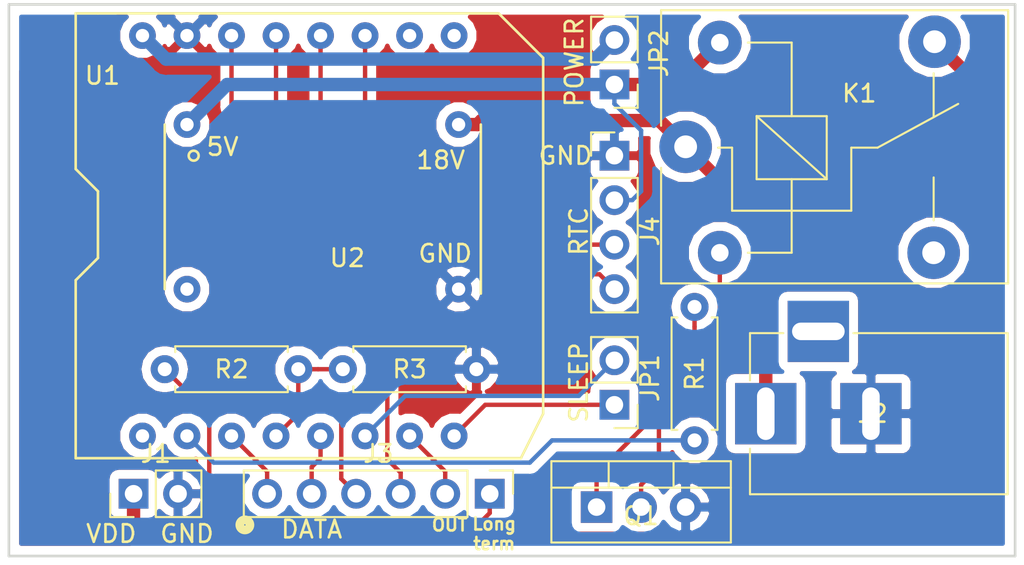
<source format=kicad_pcb>
(kicad_pcb (version 20171130) (host pcbnew 6.0.0-rc1-unknown-r14177-12567c75)

  (general
    (thickness 1.6)
    (drawings 18)
    (tracks 78)
    (zones 0)
    (modules 13)
    (nets 26)
  )

  (page A4)
  (layers
    (0 F.Cu signal)
    (31 B.Cu signal)
    (32 B.Adhes user)
    (33 F.Adhes user)
    (34 B.Paste user)
    (35 F.Paste user)
    (36 B.SilkS user)
    (37 F.SilkS user)
    (38 B.Mask user)
    (39 F.Mask user)
    (40 Dwgs.User user)
    (41 Cmts.User user)
    (42 Eco1.User user)
    (43 Eco2.User user)
    (44 Edge.Cuts user)
    (45 Margin user)
    (46 B.CrtYd user)
    (47 F.CrtYd user)
    (48 B.Fab user)
    (49 F.Fab user)
  )

  (setup
    (last_trace_width 0.25)
    (user_trace_width 0.762)
    (trace_clearance 0.2)
    (zone_clearance 0.508)
    (zone_45_only no)
    (trace_min 0.2)
    (via_size 0.6)
    (via_drill 0.4)
    (via_min_size 0.4)
    (via_min_drill 0.3)
    (uvia_size 0.3)
    (uvia_drill 0.1)
    (uvias_allowed no)
    (uvia_min_size 0)
    (uvia_min_drill 0)
    (edge_width 0.15)
    (segment_width 0.2)
    (pcb_text_width 0.3)
    (pcb_text_size 1.5 1.5)
    (mod_edge_width 0.15)
    (mod_text_size 1 1)
    (mod_text_width 0.15)
    (pad_size 1.524 1.524)
    (pad_drill 0.762)
    (pad_to_mask_clearance 0.2)
    (solder_mask_min_width 0.25)
    (aux_axis_origin 0 0)
    (visible_elements FFFFFF7F)
    (pcbplotparams
      (layerselection 0x01000_7fffffff)
      (usegerberextensions true)
      (usegerberattributes false)
      (usegerberadvancedattributes false)
      (creategerberjobfile false)
      (excludeedgelayer true)
      (linewidth 0.100000)
      (plotframeref false)
      (viasonmask false)
      (mode 1)
      (useauxorigin false)
      (hpglpennumber 1)
      (hpglpenspeed 20)
      (hpglpendiameter 15.000000)
      (psnegative false)
      (psa4output false)
      (plotreference true)
      (plotvalue true)
      (plotinvisibletext false)
      (padsonsilk false)
      (subtractmaskfromsilk false)
      (outputformat 4)
      (mirror false)
      (drillshape 0)
      (scaleselection 1)
      (outputdirectory "gerbers/"))
  )

  (net 0 "")
  (net 1 "Net-(J1-Pad1)")
  (net 2 GND)
  (net 3 VDD)
  (net 4 "Net-(J2-Pad3)")
  (net 5 "Net-(J3-Pad1)")
  (net 6 "Net-(J3-Pad2)")
  (net 7 "Net-(J3-Pad3)")
  (net 8 "Net-(J3-Pad4)")
  (net 9 "Net-(J3-Pad5)")
  (net 10 "Net-(J3-Pad6)")
  (net 11 VCC)
  (net 12 "Net-(J4-Pad3)")
  (net 13 "Net-(J4-Pad4)")
  (net 14 "Net-(JP1-Pad1)")
  (net 15 "Net-(JP1-Pad2)")
  (net 16 "Net-(JP2-Pad2)")
  (net 17 "Net-(K1-Pad2)")
  (net 18 "Net-(Q1-Pad1)")
  (net 19 "Net-(R1-Pad1)")
  (net 20 "Net-(R2-Pad1)")
  (net 21 "Net-(U1-Pad14)")
  (net 22 "Net-(U1-Pad15)")
  (net 23 "Net-(U1-Pad7)")
  (net 24 "Net-(U2-Pad2)")
  (net 25 "Net-(K1-Pad3)")

  (net_class Default "Esta es la clase de red por defecto."
    (clearance 0.2)
    (trace_width 0.25)
    (via_dia 0.6)
    (via_drill 0.4)
    (uvia_dia 0.3)
    (uvia_drill 0.1)
    (add_net GND)
    (add_net "Net-(J1-Pad1)")
    (add_net "Net-(J2-Pad3)")
    (add_net "Net-(J3-Pad1)")
    (add_net "Net-(J3-Pad2)")
    (add_net "Net-(J3-Pad3)")
    (add_net "Net-(J3-Pad4)")
    (add_net "Net-(J3-Pad5)")
    (add_net "Net-(J3-Pad6)")
    (add_net "Net-(J4-Pad3)")
    (add_net "Net-(J4-Pad4)")
    (add_net "Net-(JP1-Pad1)")
    (add_net "Net-(JP1-Pad2)")
    (add_net "Net-(JP2-Pad2)")
    (add_net "Net-(K1-Pad2)")
    (add_net "Net-(K1-Pad3)")
    (add_net "Net-(Q1-Pad1)")
    (add_net "Net-(R1-Pad1)")
    (add_net "Net-(R2-Pad1)")
    (add_net "Net-(U1-Pad14)")
    (add_net "Net-(U1-Pad15)")
    (add_net "Net-(U1-Pad7)")
    (add_net "Net-(U2-Pad2)")
    (add_net VCC)
    (add_net VDD)
  )

  (module Resistors_THT:R_Axial_DIN0207_L6.3mm_D2.5mm_P7.62mm_Horizontal (layer F.Cu) (tedit 5BCDEE47) (tstamp 5BCDE2F4)
    (at 146.05 104.14)
    (descr "Resistor, Axial_DIN0207 series, Axial, Horizontal, pin pitch=7.62mm, 0.25W = 1/4W, length*diameter=6.3*2.5mm^2, http://cdn-reichelt.de/documents/datenblatt/B400/1_4W%23YAG.pdf")
    (tags "Resistor Axial_DIN0207 series Axial Horizontal pin pitch 7.62mm 0.25W = 1/4W length 6.3mm diameter 2.5mm")
    (path /5B464EE1)
    (fp_text reference R3 (at 3.81 0) (layer F.SilkS)
      (effects (font (size 1 1) (thickness 0.15)))
    )
    (fp_text value 2M2 (at 3.556 0) (layer F.Fab)
      (effects (font (size 1 1) (thickness 0.15)))
    )
    (fp_line (start 0.66 -1.25) (end 0.66 1.25) (layer F.Fab) (width 0.1))
    (fp_line (start 0.66 1.25) (end 6.96 1.25) (layer F.Fab) (width 0.1))
    (fp_line (start 6.96 1.25) (end 6.96 -1.25) (layer F.Fab) (width 0.1))
    (fp_line (start 6.96 -1.25) (end 0.66 -1.25) (layer F.Fab) (width 0.1))
    (fp_line (start 0 0) (end 0.66 0) (layer F.Fab) (width 0.1))
    (fp_line (start 7.62 0) (end 6.96 0) (layer F.Fab) (width 0.1))
    (fp_line (start 0.6 -0.98) (end 0.6 -1.31) (layer F.SilkS) (width 0.12))
    (fp_line (start 0.6 -1.31) (end 7.02 -1.31) (layer F.SilkS) (width 0.12))
    (fp_line (start 7.02 -1.31) (end 7.02 -0.98) (layer F.SilkS) (width 0.12))
    (fp_line (start 0.6 0.98) (end 0.6 1.31) (layer F.SilkS) (width 0.12))
    (fp_line (start 0.6 1.31) (end 7.02 1.31) (layer F.SilkS) (width 0.12))
    (fp_line (start 7.02 1.31) (end 7.02 0.98) (layer F.SilkS) (width 0.12))
    (fp_line (start -1.05 -1.6) (end -1.05 1.6) (layer F.CrtYd) (width 0.05))
    (fp_line (start -1.05 1.6) (end 8.7 1.6) (layer F.CrtYd) (width 0.05))
    (fp_line (start 8.7 1.6) (end 8.7 -1.6) (layer F.CrtYd) (width 0.05))
    (fp_line (start 8.7 -1.6) (end -1.05 -1.6) (layer F.CrtYd) (width 0.05))
    (pad 1 thru_hole circle (at 0 0) (size 1.6 1.6) (drill 0.8) (layers *.Cu *.Mask)
      (net 20 "Net-(R2-Pad1)"))
    (pad 2 thru_hole oval (at 7.62 0) (size 1.6 1.6) (drill 0.8) (layers *.Cu *.Mask)
      (net 2 GND))
    (model ${KISYS3DMOD}/Resistors_THT.3dshapes/R_Axial_DIN0207_L6.3mm_D2.5mm_P7.62mm_Horizontal.wrl
      (at (xyz 0 0 0))
      (scale (xyz 0.393701 0.393701 0.393701))
      (rotate (xyz 0 0 0))
    )
  )

  (module radon:WEMOS_D1_TH (layer F.Cu) (tedit 5BCF4225) (tstamp 5BCDE313)
    (at 143.51 96.52)
    (path /5B464B1A)
    (fp_text reference U1 (at -11.176 -9.144) (layer F.SilkS)
      (effects (font (size 1 1) (thickness 0.15)))
    )
    (fp_text value Wemos (at -11.43 8.89 90) (layer F.Fab)
      (effects (font (size 1 1) (thickness 0.15)))
    )
    (fp_line (start -12.7 -12.7) (end -11.43 -12.7) (layer F.SilkS) (width 0.15))
    (fp_line (start -12.7 2.54) (end -11.43 1.27) (layer F.SilkS) (width 0.15))
    (fp_line (start -12.7 12.7) (end -12.7 2.54) (layer F.SilkS) (width 0.15))
    (fp_line (start 12.7 12.7) (end -12.7 12.7) (layer F.SilkS) (width 0.15))
    (fp_line (start 13.97 10.16) (end 12.7 12.7) (layer F.SilkS) (width 0.15))
    (fp_line (start 13.97 -10.16) (end 13.97 10.16) (layer F.SilkS) (width 0.15))
    (fp_line (start 11.43 -12.7) (end 13.97 -10.16) (layer F.SilkS) (width 0.15))
    (fp_line (start -11.43 -12.7) (end 11.43 -12.7) (layer F.SilkS) (width 0.15))
    (fp_line (start -12.7 -3.81) (end -12.7 -12.7) (layer F.SilkS) (width 0.15))
    (fp_line (start -11.43 -2.54) (end -12.7 -3.81) (layer F.SilkS) (width 0.15))
    (fp_line (start -11.43 1.27) (end -11.43 -2.54) (layer F.SilkS) (width 0.15))
    (pad 7 thru_hole circle (at -8.89 11.43) (size 1.524 1.524) (drill 0.762) (layers *.Cu *.Mask)
      (net 23 "Net-(U1-Pad7)"))
    (pad 6 thru_hole circle (at -6.35 11.43) (size 1.524 1.524) (drill 0.762) (layers *.Cu *.Mask)
      (net 19 "Net-(R1-Pad1)"))
    (pad 5 thru_hole circle (at -3.81 11.43) (size 1.524 1.524) (drill 0.762) (layers *.Cu *.Mask)
      (net 10 "Net-(J3-Pad6)"))
    (pad 4 thru_hole circle (at -1.27 11.43) (size 1.524 1.524) (drill 0.762) (layers *.Cu *.Mask)
      (net 20 "Net-(R2-Pad1)"))
    (pad 3 thru_hole circle (at 1.27 11.43) (size 1.524 1.524) (drill 0.762) (layers *.Cu *.Mask)
      (net 9 "Net-(J3-Pad5)"))
    (pad 2 thru_hole circle (at 3.81 11.43) (size 1.524 1.524) (drill 0.762) (layers *.Cu *.Mask)
      (net 15 "Net-(JP1-Pad2)"))
    (pad 1 thru_hole circle (at 6.35 11.43) (size 1.524 1.524) (drill 0.762) (layers *.Cu *.Mask)
      (net 6 "Net-(J3-Pad2)"))
    (pad 0 thru_hole circle (at 8.89 11.43) (size 1.524 1.524) (drill 0.762) (layers *.Cu *.Mask)
      (net 14 "Net-(JP1-Pad1)"))
    (pad 15 thru_hole circle (at 8.89 -11.43) (size 1.524 1.524) (drill 0.762) (layers *.Cu *.Mask)
      (net 22 "Net-(U1-Pad15)"))
    (pad 14 thru_hole circle (at 6.35 -11.43) (size 1.524 1.524) (drill 0.762) (layers *.Cu *.Mask)
      (net 21 "Net-(U1-Pad14)"))
    (pad 13 thru_hole circle (at 3.81 -11.43) (size 1.524 1.524) (drill 0.762) (layers *.Cu *.Mask)
      (net 12 "Net-(J4-Pad3)"))
    (pad 12 thru_hole circle (at 1.27 -11.43) (size 1.524 1.524) (drill 0.762) (layers *.Cu *.Mask)
      (net 13 "Net-(J4-Pad4)"))
    (pad 11 thru_hole circle (at -1.27 -11.43) (size 1.524 1.524) (drill 0.762) (layers *.Cu *.Mask)
      (net 7 "Net-(J3-Pad3)"))
    (pad 10 thru_hole circle (at -3.81 -11.43) (size 1.524 1.524) (drill 0.762) (layers *.Cu *.Mask)
      (net 8 "Net-(J3-Pad4)"))
    (pad 9 thru_hole circle (at -6.35 -11.43) (size 1.524 1.524) (drill 0.762) (layers *.Cu *.Mask)
      (net 2 GND))
    (pad 8 thru_hole circle (at -8.89 -11.43) (size 1.524 1.524) (drill 0.762) (layers *.Cu *.Mask)
      (net 16 "Net-(JP2-Pad2)"))
  )

  (module Pin_Headers:Pin_Header_Straight_1x02_Pitch2.54mm (layer F.Cu) (tedit 5BCDE63E) (tstamp 5BCF11D2)
    (at 134.112 111.252 90)
    (descr "Through hole straight pin header, 1x02, 2.54mm pitch, single row")
    (tags "Through hole pin header THT 1x02 2.54mm single row")
    (path /5B464F54)
    (fp_text reference J1 (at 2.286 1.27 180) (layer F.SilkS)
      (effects (font (size 1 1) (thickness 0.15)))
    )
    (fp_text value Conn_01x02 (at -2.54 1.016 180) (layer F.Fab)
      (effects (font (size 1 1) (thickness 0.15)))
    )
    (fp_line (start -0.635 -1.27) (end 1.27 -1.27) (layer F.Fab) (width 0.1))
    (fp_line (start 1.27 -1.27) (end 1.27 3.81) (layer F.Fab) (width 0.1))
    (fp_line (start 1.27 3.81) (end -1.27 3.81) (layer F.Fab) (width 0.1))
    (fp_line (start -1.27 3.81) (end -1.27 -0.635) (layer F.Fab) (width 0.1))
    (fp_line (start -1.27 -0.635) (end -0.635 -1.27) (layer F.Fab) (width 0.1))
    (fp_line (start -1.33 3.87) (end 1.33 3.87) (layer F.SilkS) (width 0.12))
    (fp_line (start -1.33 1.27) (end -1.33 3.87) (layer F.SilkS) (width 0.12))
    (fp_line (start 1.33 1.27) (end 1.33 3.87) (layer F.SilkS) (width 0.12))
    (fp_line (start -1.33 1.27) (end 1.33 1.27) (layer F.SilkS) (width 0.12))
    (fp_line (start -1.33 0) (end -1.33 -1.33) (layer F.SilkS) (width 0.12))
    (fp_line (start -1.33 -1.33) (end 0 -1.33) (layer F.SilkS) (width 0.12))
    (fp_line (start -1.8 -1.8) (end -1.8 4.35) (layer F.CrtYd) (width 0.05))
    (fp_line (start -1.8 4.35) (end 1.8 4.35) (layer F.CrtYd) (width 0.05))
    (fp_line (start 1.8 4.35) (end 1.8 -1.8) (layer F.CrtYd) (width 0.05))
    (fp_line (start 1.8 -1.8) (end -1.8 -1.8) (layer F.CrtYd) (width 0.05))
    (fp_text user %R (at 0 1.27 180) (layer F.Fab)
      (effects (font (size 1 1) (thickness 0.15)))
    )
    (pad 1 thru_hole rect (at 0 0 90) (size 1.7 1.7) (drill 1) (layers *.Cu *.Mask)
      (net 1 "Net-(J1-Pad1)"))
    (pad 2 thru_hole oval (at 0 2.54 90) (size 1.7 1.7) (drill 1) (layers *.Cu *.Mask)
      (net 2 GND))
    (model ${KISYS3DMOD}/Pin_Headers.3dshapes/Pin_Header_Straight_1x02_Pitch2.54mm.wrl
      (at (xyz 0 0 0))
      (scale (xyz 1 1 1))
      (rotate (xyz 0 0 0))
    )
  )

  (module Connectors:BARREL_JACK (layer F.Cu) (tedit 5BCDEE2C) (tstamp 5BCDE211)
    (at 170.18 106.68 180)
    (descr "DC Barrel Jack")
    (tags "Power Jack")
    (path /5B464C9B)
    (fp_text reference J2 (at -6.096 0) (layer F.SilkS)
      (effects (font (size 1 1) (thickness 0.15)))
    )
    (fp_text value Jack-DC (at -6.2 -5.5 180) (layer F.Fab)
      (effects (font (size 1 1) (thickness 0.15)))
    )
    (fp_line (start 1 -4.5) (end 1 -4.75) (layer F.CrtYd) (width 0.05))
    (fp_line (start 1 -4.75) (end -14 -4.75) (layer F.CrtYd) (width 0.05))
    (fp_line (start 1 -4.5) (end 1 -2) (layer F.CrtYd) (width 0.05))
    (fp_line (start 1 -2) (end 2 -2) (layer F.CrtYd) (width 0.05))
    (fp_line (start 2 -2) (end 2 2) (layer F.CrtYd) (width 0.05))
    (fp_line (start 2 2) (end 1 2) (layer F.CrtYd) (width 0.05))
    (fp_line (start 1 2) (end 1 4.75) (layer F.CrtYd) (width 0.05))
    (fp_line (start 1 4.75) (end -1 4.75) (layer F.CrtYd) (width 0.05))
    (fp_line (start -1 4.75) (end -1 6.75) (layer F.CrtYd) (width 0.05))
    (fp_line (start -1 6.75) (end -5 6.75) (layer F.CrtYd) (width 0.05))
    (fp_line (start -5 6.75) (end -5 4.75) (layer F.CrtYd) (width 0.05))
    (fp_line (start -5 4.75) (end -14 4.75) (layer F.CrtYd) (width 0.05))
    (fp_line (start -14 4.75) (end -14 -4.75) (layer F.CrtYd) (width 0.05))
    (fp_line (start -5 4.6) (end -13.8 4.6) (layer F.SilkS) (width 0.12))
    (fp_line (start -13.8 4.6) (end -13.8 -4.6) (layer F.SilkS) (width 0.12))
    (fp_line (start 0.9 1.9) (end 0.9 4.6) (layer F.SilkS) (width 0.12))
    (fp_line (start 0.9 4.6) (end -1 4.6) (layer F.SilkS) (width 0.12))
    (fp_line (start -13.8 -4.6) (end 0.9 -4.6) (layer F.SilkS) (width 0.12))
    (fp_line (start 0.9 -4.6) (end 0.9 -2) (layer F.SilkS) (width 0.12))
    (fp_line (start -10.2 -4.5) (end -10.2 4.5) (layer F.Fab) (width 0.1))
    (fp_line (start -13.7 -4.5) (end -13.7 4.5) (layer F.Fab) (width 0.1))
    (fp_line (start -13.7 4.5) (end 0.8 4.5) (layer F.Fab) (width 0.1))
    (fp_line (start 0.8 4.5) (end 0.8 -4.5) (layer F.Fab) (width 0.1))
    (fp_line (start 0.8 -4.5) (end -13.7 -4.5) (layer F.Fab) (width 0.1))
    (pad 1 thru_hole rect (at 0 0 180) (size 3.5 3.5) (drill oval 1 3) (layers *.Cu *.Mask)
      (net 3 VDD))
    (pad 2 thru_hole rect (at -6 0 180) (size 3.5 3.5) (drill oval 1 3) (layers *.Cu *.Mask)
      (net 2 GND))
    (pad 3 thru_hole rect (at -3 4.7 180) (size 3.5 3.5) (drill oval 3 1) (layers *.Cu *.Mask)
      (net 4 "Net-(J2-Pad3)"))
  )

  (module Pin_Headers:Pin_Header_Straight_1x06_Pitch2.54mm (layer F.Cu) (tedit 5BCDE642) (tstamp 5BCDE22B)
    (at 154.432 111.252 270)
    (descr "Through hole straight pin header, 1x06, 2.54mm pitch, single row")
    (tags "Through hole pin header THT 1x06 2.54mm single row")
    (path /5B4650C7)
    (fp_text reference J3 (at -2.286 6.35) (layer F.SilkS)
      (effects (font (size 1 1) (thickness 0.15)))
    )
    (fp_text value Conn_01x06 (at 2.54 6.604) (layer F.Fab)
      (effects (font (size 1 1) (thickness 0.15)))
    )
    (fp_line (start -0.635 -1.27) (end 1.27 -1.27) (layer F.Fab) (width 0.1))
    (fp_line (start 1.27 -1.27) (end 1.27 13.97) (layer F.Fab) (width 0.1))
    (fp_line (start 1.27 13.97) (end -1.27 13.97) (layer F.Fab) (width 0.1))
    (fp_line (start -1.27 13.97) (end -1.27 -0.635) (layer F.Fab) (width 0.1))
    (fp_line (start -1.27 -0.635) (end -0.635 -1.27) (layer F.Fab) (width 0.1))
    (fp_line (start -1.33 14.03) (end 1.33 14.03) (layer F.SilkS) (width 0.12))
    (fp_line (start -1.33 1.27) (end -1.33 14.03) (layer F.SilkS) (width 0.12))
    (fp_line (start 1.33 1.27) (end 1.33 14.03) (layer F.SilkS) (width 0.12))
    (fp_line (start -1.33 1.27) (end 1.33 1.27) (layer F.SilkS) (width 0.12))
    (fp_line (start -1.33 0) (end -1.33 -1.33) (layer F.SilkS) (width 0.12))
    (fp_line (start -1.33 -1.33) (end 0 -1.33) (layer F.SilkS) (width 0.12))
    (fp_line (start -1.8 -1.8) (end -1.8 14.5) (layer F.CrtYd) (width 0.05))
    (fp_line (start -1.8 14.5) (end 1.8 14.5) (layer F.CrtYd) (width 0.05))
    (fp_line (start 1.8 14.5) (end 1.8 -1.8) (layer F.CrtYd) (width 0.05))
    (fp_line (start 1.8 -1.8) (end -1.8 -1.8) (layer F.CrtYd) (width 0.05))
    (fp_text user %R (at 0 6.35) (layer F.Fab)
      (effects (font (size 1 1) (thickness 0.15)))
    )
    (pad 1 thru_hole rect (at 0 0 270) (size 1.7 1.7) (drill 1) (layers *.Cu *.Mask)
      (net 5 "Net-(J3-Pad1)"))
    (pad 2 thru_hole oval (at 0 2.54 270) (size 1.7 1.7) (drill 1) (layers *.Cu *.Mask)
      (net 6 "Net-(J3-Pad2)"))
    (pad 3 thru_hole oval (at 0 5.08 270) (size 1.7 1.7) (drill 1) (layers *.Cu *.Mask)
      (net 7 "Net-(J3-Pad3)"))
    (pad 4 thru_hole oval (at 0 7.62 270) (size 1.7 1.7) (drill 1) (layers *.Cu *.Mask)
      (net 8 "Net-(J3-Pad4)"))
    (pad 5 thru_hole oval (at 0 10.16 270) (size 1.7 1.7) (drill 1) (layers *.Cu *.Mask)
      (net 9 "Net-(J3-Pad5)"))
    (pad 6 thru_hole oval (at 0 12.7 270) (size 1.7 1.7) (drill 1) (layers *.Cu *.Mask)
      (net 10 "Net-(J3-Pad6)"))
    (model ${KISYS3DMOD}/Pin_Headers.3dshapes/Pin_Header_Straight_1x06_Pitch2.54mm.wrl
      (at (xyz 0 0 0))
      (scale (xyz 1 1 1))
      (rotate (xyz 0 0 0))
    )
  )

  (module Pin_Headers:Pin_Header_Straight_1x04_Pitch2.54mm (layer F.Cu) (tedit 5BCDE6DB) (tstamp 5BCDE243)
    (at 161.544 91.948)
    (descr "Through hole straight pin header, 1x04, 2.54mm pitch, single row")
    (tags "Through hole pin header THT 1x04 2.54mm single row")
    (path /5B465274)
    (fp_text reference J4 (at 2.032 4.318 90) (layer F.SilkS)
      (effects (font (size 1 1) (thickness 0.15)))
    )
    (fp_text value RTC (at 0 9.95) (layer F.Fab)
      (effects (font (size 1 1) (thickness 0.15)))
    )
    (fp_line (start -0.635 -1.27) (end 1.27 -1.27) (layer F.Fab) (width 0.1))
    (fp_line (start 1.27 -1.27) (end 1.27 8.89) (layer F.Fab) (width 0.1))
    (fp_line (start 1.27 8.89) (end -1.27 8.89) (layer F.Fab) (width 0.1))
    (fp_line (start -1.27 8.89) (end -1.27 -0.635) (layer F.Fab) (width 0.1))
    (fp_line (start -1.27 -0.635) (end -0.635 -1.27) (layer F.Fab) (width 0.1))
    (fp_line (start -1.33 8.95) (end 1.33 8.95) (layer F.SilkS) (width 0.12))
    (fp_line (start -1.33 1.27) (end -1.33 8.95) (layer F.SilkS) (width 0.12))
    (fp_line (start 1.33 1.27) (end 1.33 8.95) (layer F.SilkS) (width 0.12))
    (fp_line (start -1.33 1.27) (end 1.33 1.27) (layer F.SilkS) (width 0.12))
    (fp_line (start -1.33 0) (end -1.33 -1.33) (layer F.SilkS) (width 0.12))
    (fp_line (start -1.33 -1.33) (end 0 -1.33) (layer F.SilkS) (width 0.12))
    (fp_line (start -1.8 -1.8) (end -1.8 9.4) (layer F.CrtYd) (width 0.05))
    (fp_line (start -1.8 9.4) (end 1.8 9.4) (layer F.CrtYd) (width 0.05))
    (fp_line (start 1.8 9.4) (end 1.8 -1.8) (layer F.CrtYd) (width 0.05))
    (fp_line (start 1.8 -1.8) (end -1.8 -1.8) (layer F.CrtYd) (width 0.05))
    (fp_text user %R (at 0 3.81 90) (layer F.Fab)
      (effects (font (size 1 1) (thickness 0.15)))
    )
    (pad 1 thru_hole rect (at 0 0) (size 1.7 1.7) (drill 1) (layers *.Cu *.Mask)
      (net 2 GND))
    (pad 2 thru_hole oval (at 0 2.54) (size 1.7 1.7) (drill 1) (layers *.Cu *.Mask)
      (net 11 VCC))
    (pad 3 thru_hole oval (at 0 5.08) (size 1.7 1.7) (drill 1) (layers *.Cu *.Mask)
      (net 12 "Net-(J4-Pad3)"))
    (pad 4 thru_hole oval (at 0 7.62) (size 1.7 1.7) (drill 1) (layers *.Cu *.Mask)
      (net 13 "Net-(J4-Pad4)"))
    (model ${KISYS3DMOD}/Pin_Headers.3dshapes/Pin_Header_Straight_1x04_Pitch2.54mm.wrl
      (at (xyz 0 0 0))
      (scale (xyz 1 1 1))
      (rotate (xyz 0 0 0))
    )
  )

  (module Pin_Headers:Pin_Header_Straight_1x02_Pitch2.54mm (layer F.Cu) (tedit 5BCDE6EC) (tstamp 5BCDE259)
    (at 161.544 106.172 180)
    (descr "Through hole straight pin header, 1x02, 2.54mm pitch, single row")
    (tags "Through hole pin header THT 1x02 2.54mm single row")
    (path /5B465188)
    (fp_text reference JP1 (at -2.032 1.524 270) (layer F.SilkS)
      (effects (font (size 1 1) (thickness 0.15)))
    )
    (fp_text value Jumper (at 0 4.87 180) (layer F.Fab)
      (effects (font (size 1 1) (thickness 0.15)))
    )
    (fp_line (start -0.635 -1.27) (end 1.27 -1.27) (layer F.Fab) (width 0.1))
    (fp_line (start 1.27 -1.27) (end 1.27 3.81) (layer F.Fab) (width 0.1))
    (fp_line (start 1.27 3.81) (end -1.27 3.81) (layer F.Fab) (width 0.1))
    (fp_line (start -1.27 3.81) (end -1.27 -0.635) (layer F.Fab) (width 0.1))
    (fp_line (start -1.27 -0.635) (end -0.635 -1.27) (layer F.Fab) (width 0.1))
    (fp_line (start -1.33 3.87) (end 1.33 3.87) (layer F.SilkS) (width 0.12))
    (fp_line (start -1.33 1.27) (end -1.33 3.87) (layer F.SilkS) (width 0.12))
    (fp_line (start 1.33 1.27) (end 1.33 3.87) (layer F.SilkS) (width 0.12))
    (fp_line (start -1.33 1.27) (end 1.33 1.27) (layer F.SilkS) (width 0.12))
    (fp_line (start -1.33 0) (end -1.33 -1.33) (layer F.SilkS) (width 0.12))
    (fp_line (start -1.33 -1.33) (end 0 -1.33) (layer F.SilkS) (width 0.12))
    (fp_line (start -1.8 -1.8) (end -1.8 4.35) (layer F.CrtYd) (width 0.05))
    (fp_line (start -1.8 4.35) (end 1.8 4.35) (layer F.CrtYd) (width 0.05))
    (fp_line (start 1.8 4.35) (end 1.8 -1.8) (layer F.CrtYd) (width 0.05))
    (fp_line (start 1.8 -1.8) (end -1.8 -1.8) (layer F.CrtYd) (width 0.05))
    (fp_text user %R (at 2.54 0.508 270) (layer F.Fab)
      (effects (font (size 1 1) (thickness 0.15)))
    )
    (pad 1 thru_hole rect (at 0 0 180) (size 1.7 1.7) (drill 1) (layers *.Cu *.Mask)
      (net 14 "Net-(JP1-Pad1)"))
    (pad 2 thru_hole oval (at 0 2.54 180) (size 1.7 1.7) (drill 1) (layers *.Cu *.Mask)
      (net 15 "Net-(JP1-Pad2)"))
    (model ${KISYS3DMOD}/Pin_Headers.3dshapes/Pin_Header_Straight_1x02_Pitch2.54mm.wrl
      (at (xyz 0 0 0))
      (scale (xyz 1 1 1))
      (rotate (xyz 0 0 0))
    )
  )

  (module Pin_Headers:Pin_Header_Straight_1x02_Pitch2.54mm (layer F.Cu) (tedit 5BCDEE20) (tstamp 5BCDE26F)
    (at 161.544 87.884 180)
    (descr "Through hole straight pin header, 1x02, 2.54mm pitch, single row")
    (tags "Through hole pin header THT 1x02 2.54mm single row")
    (path /5B46520F)
    (fp_text reference JP2 (at -2.54 1.778 270) (layer F.SilkS)
      (effects (font (size 1 1) (thickness 0.15)))
    )
    (fp_text value Jumper (at 0.508 -2.286) (layer F.Fab)
      (effects (font (size 1 1) (thickness 0.15)))
    )
    (fp_line (start -0.635 -1.27) (end 1.27 -1.27) (layer F.Fab) (width 0.1))
    (fp_line (start 1.27 -1.27) (end 1.27 3.81) (layer F.Fab) (width 0.1))
    (fp_line (start 1.27 3.81) (end -1.27 3.81) (layer F.Fab) (width 0.1))
    (fp_line (start -1.27 3.81) (end -1.27 -0.635) (layer F.Fab) (width 0.1))
    (fp_line (start -1.27 -0.635) (end -0.635 -1.27) (layer F.Fab) (width 0.1))
    (fp_line (start -1.33 3.87) (end 1.33 3.87) (layer F.SilkS) (width 0.12))
    (fp_line (start -1.33 1.27) (end -1.33 3.87) (layer F.SilkS) (width 0.12))
    (fp_line (start 1.33 1.27) (end 1.33 3.87) (layer F.SilkS) (width 0.12))
    (fp_line (start -1.33 1.27) (end 1.33 1.27) (layer F.SilkS) (width 0.12))
    (fp_line (start -1.33 0) (end -1.33 -1.33) (layer F.SilkS) (width 0.12))
    (fp_line (start -1.33 -1.33) (end 0 -1.33) (layer F.SilkS) (width 0.12))
    (fp_line (start -1.8 -1.8) (end -1.8 4.35) (layer F.CrtYd) (width 0.05))
    (fp_line (start -1.8 4.35) (end 1.8 4.35) (layer F.CrtYd) (width 0.05))
    (fp_line (start 1.8 4.35) (end 1.8 -1.8) (layer F.CrtYd) (width 0.05))
    (fp_line (start 1.8 -1.8) (end -1.8 -1.8) (layer F.CrtYd) (width 0.05))
    (fp_text user %R (at 2.54 1.778 270) (layer F.Fab)
      (effects (font (size 1 1) (thickness 0.15)))
    )
    (pad 1 thru_hole rect (at 0 0 180) (size 1.7 1.7) (drill 1) (layers *.Cu *.Mask)
      (net 11 VCC))
    (pad 2 thru_hole oval (at 0 2.54 180) (size 1.7 1.7) (drill 1) (layers *.Cu *.Mask)
      (net 16 "Net-(JP2-Pad2)"))
    (model ${KISYS3DMOD}/Pin_Headers.3dshapes/Pin_Header_Straight_1x02_Pitch2.54mm.wrl
      (at (xyz 0 0 0))
      (scale (xyz 1 1 1))
      (rotate (xyz 0 0 0))
    )
  )

  (module Relays_THT:Relay_SPDT_SANYOU_SRD_Series_Form_C (layer F.Cu) (tedit 5BCDEE78) (tstamp 5BCDE298)
    (at 165.608 91.44)
    (descr "relay Sanyou SRD series Form C http://www.sanyourelay.ca/public/products/pdf/SRD.pdf")
    (tags "relay Sanyu SRD form C")
    (path /5B464BC5)
    (fp_text reference K1 (at 9.906 -3.048) (layer F.SilkS)
      (effects (font (size 1 1) (thickness 0.15)))
    )
    (fp_text value SANYOU_SRD_Form_C (at 10.922 -1.778) (layer F.Fab)
      (effects (font (size 1 1) (thickness 0.15)))
    )
    (fp_line (start -1.4 1.2) (end -1.4 7.8) (layer F.SilkS) (width 0.12))
    (fp_line (start -1.4 -7.8) (end -1.4 -1.2) (layer F.SilkS) (width 0.12))
    (fp_line (start -1.4 -7.8) (end 18.4 -7.8) (layer F.SilkS) (width 0.12))
    (fp_line (start 18.4 -7.8) (end 18.4 7.8) (layer F.SilkS) (width 0.12))
    (fp_line (start 18.4 7.8) (end -1.4 7.8) (layer F.SilkS) (width 0.12))
    (fp_text user 1 (at 0 -2.3) (layer F.Fab)
      (effects (font (size 1 1) (thickness 0.15)))
    )
    (fp_line (start -1.3 -7.7) (end 18.3 -7.7) (layer F.Fab) (width 0.12))
    (fp_line (start 18.3 -7.7) (end 18.3 7.7) (layer F.Fab) (width 0.12))
    (fp_line (start 18.3 7.7) (end -1.3 7.7) (layer F.Fab) (width 0.12))
    (fp_line (start -1.3 7.7) (end -1.3 -7.7) (layer F.Fab) (width 0.12))
    (fp_text user %R (at 7.1 0.025) (layer F.Fab)
      (effects (font (size 1 1) (thickness 0.15)))
    )
    (fp_line (start 18.55 -7.95) (end -1.55 -7.95) (layer F.CrtYd) (width 0.05))
    (fp_line (start -1.55 7.95) (end -1.55 -7.95) (layer F.CrtYd) (width 0.05))
    (fp_line (start 18.55 -7.95) (end 18.55 7.95) (layer F.CrtYd) (width 0.05))
    (fp_line (start -1.55 7.95) (end 18.55 7.95) (layer F.CrtYd) (width 0.05))
    (fp_line (start 14.15 4.2) (end 14.15 1.75) (layer F.SilkS) (width 0.12))
    (fp_line (start 14.15 -4.2) (end 14.15 -1.7) (layer F.SilkS) (width 0.12))
    (fp_line (start 3.55 6.05) (end 6.05 6.05) (layer F.SilkS) (width 0.12))
    (fp_line (start 2.65 0.05) (end 1.85 0.05) (layer F.SilkS) (width 0.12))
    (fp_line (start 6.05 -5.95) (end 3.55 -5.95) (layer F.SilkS) (width 0.12))
    (fp_line (start 9.45 0.05) (end 10.95 0.05) (layer F.SilkS) (width 0.12))
    (fp_line (start 10.95 0.05) (end 15.55 -2.45) (layer F.SilkS) (width 0.12))
    (fp_line (start 9.45 3.65) (end 2.65 3.65) (layer F.SilkS) (width 0.12))
    (fp_line (start 9.45 0.05) (end 9.45 3.65) (layer F.SilkS) (width 0.12))
    (fp_line (start 2.65 0.05) (end 2.65 3.65) (layer F.SilkS) (width 0.12))
    (fp_line (start 6.05 -5.95) (end 6.05 -1.75) (layer F.SilkS) (width 0.12))
    (fp_line (start 6.05 1.85) (end 6.05 6.05) (layer F.SilkS) (width 0.12))
    (fp_line (start 8.05 1.85) (end 4.05 -1.75) (layer F.SilkS) (width 0.12))
    (fp_line (start 4.05 1.85) (end 4.05 -1.75) (layer F.SilkS) (width 0.12))
    (fp_line (start 4.05 -1.75) (end 8.05 -1.75) (layer F.SilkS) (width 0.12))
    (fp_line (start 8.05 -1.75) (end 8.05 1.85) (layer F.SilkS) (width 0.12))
    (fp_line (start 8.05 1.85) (end 4.05 1.85) (layer F.SilkS) (width 0.12))
    (pad 2 thru_hole circle (at 1.95 6.05 90) (size 2.5 2.5) (drill 1) (layers *.Cu *.Mask)
      (net 17 "Net-(K1-Pad2)"))
    (pad 3 thru_hole circle (at 14.15 6.05 90) (size 3 3) (drill 1.3) (layers *.Cu *.Mask)
      (net 25 "Net-(K1-Pad3)"))
    (pad 4 thru_hole circle (at 14.2 -6 90) (size 3 3) (drill 1.3) (layers *.Cu *.Mask)
      (net 1 "Net-(J1-Pad1)"))
    (pad 5 thru_hole circle (at 1.95 -5.95 90) (size 2.5 2.5) (drill 1) (layers *.Cu *.Mask)
      (net 11 VCC))
    (pad 1 thru_hole circle (at 0 0 90) (size 3 3) (drill 1.3) (layers *.Cu *.Mask)
      (net 3 VDD))
    (model ${KISYS3DMOD}/Relays_THT.3dshapes/Relay_SPDT_SANYOU_SRD_Series_Form_C.wrl
      (at (xyz 0 0 0))
      (scale (xyz 1 1 1))
      (rotate (xyz 0 0 0))
    )
  )

  (module TO_SOT_Packages_THT:TO-220_Vertical (layer F.Cu) (tedit 5BCDEEA0) (tstamp 5BCDE2B2)
    (at 160.528 112.014)
    (descr "TO-220, Vertical, RM 2.54mm")
    (tags "TO-220 Vertical RM 2.54mm")
    (path /5B464D4E)
    (fp_text reference Q1 (at 2.54 0.508 -180) (layer F.SilkS)
      (effects (font (size 1 1) (thickness 0.15)))
    )
    (fp_text value TIP120 (at -3.556 -0.254 -270) (layer F.Fab)
      (effects (font (size 1 1) (thickness 0.15)))
    )
    (fp_text user %R (at -5.08 -0.254 -270) (layer F.Fab)
      (effects (font (size 1 1) (thickness 0.15)))
    )
    (fp_line (start -2.46 -2.5) (end -2.46 1.9) (layer F.Fab) (width 0.1))
    (fp_line (start -2.46 1.9) (end 7.54 1.9) (layer F.Fab) (width 0.1))
    (fp_line (start 7.54 1.9) (end 7.54 -2.5) (layer F.Fab) (width 0.1))
    (fp_line (start 7.54 -2.5) (end -2.46 -2.5) (layer F.Fab) (width 0.1))
    (fp_line (start -2.46 -1.23) (end 7.54 -1.23) (layer F.Fab) (width 0.1))
    (fp_line (start 0.69 -2.5) (end 0.69 -1.23) (layer F.Fab) (width 0.1))
    (fp_line (start 4.39 -2.5) (end 4.39 -1.23) (layer F.Fab) (width 0.1))
    (fp_line (start -2.58 -2.62) (end 7.66 -2.62) (layer F.SilkS) (width 0.12))
    (fp_line (start -2.58 2.021) (end 7.66 2.021) (layer F.SilkS) (width 0.12))
    (fp_line (start -2.58 -2.62) (end -2.58 2.021) (layer F.SilkS) (width 0.12))
    (fp_line (start 7.66 -2.62) (end 7.66 2.021) (layer F.SilkS) (width 0.12))
    (fp_line (start -2.58 -1.11) (end 7.66 -1.11) (layer F.SilkS) (width 0.12))
    (fp_line (start 0.69 -2.62) (end 0.69 -1.11) (layer F.SilkS) (width 0.12))
    (fp_line (start 4.391 -2.62) (end 4.391 -1.11) (layer F.SilkS) (width 0.12))
    (fp_line (start -2.71 -2.75) (end -2.71 2.16) (layer F.CrtYd) (width 0.05))
    (fp_line (start -2.71 2.16) (end 7.79 2.16) (layer F.CrtYd) (width 0.05))
    (fp_line (start 7.79 2.16) (end 7.79 -2.75) (layer F.CrtYd) (width 0.05))
    (fp_line (start 7.79 -2.75) (end -2.71 -2.75) (layer F.CrtYd) (width 0.05))
    (pad 1 thru_hole rect (at 0 0) (size 1.8 1.8) (drill 1) (layers *.Cu *.Mask)
      (net 18 "Net-(Q1-Pad1)"))
    (pad 2 thru_hole oval (at 2.54 0) (size 1.8 1.8) (drill 1) (layers *.Cu *.Mask)
      (net 17 "Net-(K1-Pad2)"))
    (pad 3 thru_hole oval (at 5.08 0) (size 1.8 1.8) (drill 1) (layers *.Cu *.Mask)
      (net 2 GND))
    (model ${KISYS3DMOD}/TO_SOT_Packages_THT.3dshapes/TO-220_Vertical.wrl
      (offset (xyz 2.539999961853027 0 0))
      (scale (xyz 0.393701 0.393701 0.393701))
      (rotate (xyz 0 0 0))
    )
  )

  (module Resistors_THT:R_Axial_DIN0207_L6.3mm_D2.5mm_P7.62mm_Horizontal (layer F.Cu) (tedit 5BCDEE66) (tstamp 5BCF1455)
    (at 166.116 108.204 90)
    (descr "Resistor, Axial_DIN0207 series, Axial, Horizontal, pin pitch=7.62mm, 0.25W = 1/4W, length*diameter=6.3*2.5mm^2, http://cdn-reichelt.de/documents/datenblatt/B400/1_4W%23YAG.pdf")
    (tags "Resistor Axial_DIN0207 series Axial Horizontal pin pitch 7.62mm 0.25W = 1/4W length 6.3mm diameter 2.5mm")
    (path /5B464E82)
    (fp_text reference R1 (at 3.81 0 90) (layer F.SilkS)
      (effects (font (size 1 1) (thickness 0.15)))
    )
    (fp_text value 2K2 (at 3.81 2.31 90) (layer F.Fab)
      (effects (font (size 1 1) (thickness 0.15)))
    )
    (fp_line (start 0.66 -1.25) (end 0.66 1.25) (layer F.Fab) (width 0.1))
    (fp_line (start 0.66 1.25) (end 6.96 1.25) (layer F.Fab) (width 0.1))
    (fp_line (start 6.96 1.25) (end 6.96 -1.25) (layer F.Fab) (width 0.1))
    (fp_line (start 6.96 -1.25) (end 0.66 -1.25) (layer F.Fab) (width 0.1))
    (fp_line (start 0 0) (end 0.66 0) (layer F.Fab) (width 0.1))
    (fp_line (start 7.62 0) (end 6.96 0) (layer F.Fab) (width 0.1))
    (fp_line (start 0.6 -0.98) (end 0.6 -1.31) (layer F.SilkS) (width 0.12))
    (fp_line (start 0.6 -1.31) (end 7.02 -1.31) (layer F.SilkS) (width 0.12))
    (fp_line (start 7.02 -1.31) (end 7.02 -0.98) (layer F.SilkS) (width 0.12))
    (fp_line (start 0.6 0.98) (end 0.6 1.31) (layer F.SilkS) (width 0.12))
    (fp_line (start 0.6 1.31) (end 7.02 1.31) (layer F.SilkS) (width 0.12))
    (fp_line (start 7.02 1.31) (end 7.02 0.98) (layer F.SilkS) (width 0.12))
    (fp_line (start -1.05 -1.6) (end -1.05 1.6) (layer F.CrtYd) (width 0.05))
    (fp_line (start -1.05 1.6) (end 8.7 1.6) (layer F.CrtYd) (width 0.05))
    (fp_line (start 8.7 1.6) (end 8.7 -1.6) (layer F.CrtYd) (width 0.05))
    (fp_line (start 8.7 -1.6) (end -1.05 -1.6) (layer F.CrtYd) (width 0.05))
    (pad 1 thru_hole circle (at 0 0 90) (size 1.6 1.6) (drill 0.8) (layers *.Cu *.Mask)
      (net 19 "Net-(R1-Pad1)"))
    (pad 2 thru_hole oval (at 7.62 0 90) (size 1.6 1.6) (drill 0.8) (layers *.Cu *.Mask)
      (net 18 "Net-(Q1-Pad1)"))
    (model ${KISYS3DMOD}/Resistors_THT.3dshapes/R_Axial_DIN0207_L6.3mm_D2.5mm_P7.62mm_Horizontal.wrl
      (at (xyz 0 0 0))
      (scale (xyz 0.393701 0.393701 0.393701))
      (rotate (xyz 0 0 0))
    )
  )

  (module Resistors_THT:R_Axial_DIN0207_L6.3mm_D2.5mm_P7.62mm_Horizontal (layer F.Cu) (tedit 5BCDEE4C) (tstamp 5BCDE2DE)
    (at 143.51 104.14 180)
    (descr "Resistor, Axial_DIN0207 series, Axial, Horizontal, pin pitch=7.62mm, 0.25W = 1/4W, length*diameter=6.3*2.5mm^2, http://cdn-reichelt.de/documents/datenblatt/B400/1_4W%23YAG.pdf")
    (tags "Resistor Axial_DIN0207 series Axial Horizontal pin pitch 7.62mm 0.25W = 1/4W length 6.3mm diameter 2.5mm")
    (path /5B464E5B)
    (fp_text reference R2 (at 3.81 0 180) (layer F.SilkS)
      (effects (font (size 1 1) (thickness 0.15)))
    )
    (fp_text value 2K2 (at 4.064 0 180) (layer F.Fab)
      (effects (font (size 1 1) (thickness 0.15)))
    )
    (fp_line (start 0.66 -1.25) (end 0.66 1.25) (layer F.Fab) (width 0.1))
    (fp_line (start 0.66 1.25) (end 6.96 1.25) (layer F.Fab) (width 0.1))
    (fp_line (start 6.96 1.25) (end 6.96 -1.25) (layer F.Fab) (width 0.1))
    (fp_line (start 6.96 -1.25) (end 0.66 -1.25) (layer F.Fab) (width 0.1))
    (fp_line (start 0 0) (end 0.66 0) (layer F.Fab) (width 0.1))
    (fp_line (start 7.62 0) (end 6.96 0) (layer F.Fab) (width 0.1))
    (fp_line (start 0.6 -0.98) (end 0.6 -1.31) (layer F.SilkS) (width 0.12))
    (fp_line (start 0.6 -1.31) (end 7.02 -1.31) (layer F.SilkS) (width 0.12))
    (fp_line (start 7.02 -1.31) (end 7.02 -0.98) (layer F.SilkS) (width 0.12))
    (fp_line (start 0.6 0.98) (end 0.6 1.31) (layer F.SilkS) (width 0.12))
    (fp_line (start 0.6 1.31) (end 7.02 1.31) (layer F.SilkS) (width 0.12))
    (fp_line (start 7.02 1.31) (end 7.02 0.98) (layer F.SilkS) (width 0.12))
    (fp_line (start -1.05 -1.6) (end -1.05 1.6) (layer F.CrtYd) (width 0.05))
    (fp_line (start -1.05 1.6) (end 8.7 1.6) (layer F.CrtYd) (width 0.05))
    (fp_line (start 8.7 1.6) (end 8.7 -1.6) (layer F.CrtYd) (width 0.05))
    (fp_line (start 8.7 -1.6) (end -1.05 -1.6) (layer F.CrtYd) (width 0.05))
    (pad 1 thru_hole circle (at 0 0 180) (size 1.6 1.6) (drill 0.8) (layers *.Cu *.Mask)
      (net 20 "Net-(R2-Pad1)"))
    (pad 2 thru_hole oval (at 7.62 0 180) (size 1.6 1.6) (drill 0.8) (layers *.Cu *.Mask)
      (net 5 "Net-(J3-Pad1)"))
    (model ${KISYS3DMOD}/Resistors_THT.3dshapes/R_Axial_DIN0207_L6.3mm_D2.5mm_P7.62mm_Horizontal.wrl
      (at (xyz 0 0 0))
      (scale (xyz 0.393701 0.393701 0.393701))
      (rotate (xyz 0 0 0))
    )
  )

  (module radon:Step-Down (layer F.Cu) (tedit 5BCDEE37) (tstamp 5BCDE322)
    (at 143.51 93.98)
    (path /5BC9C39E)
    (fp_text reference U2 (at 2.794 3.81) (layer F.SilkS)
      (effects (font (size 1 1) (thickness 0.15)))
    )
    (fp_text value Step-down (at 1.778 -2.032) (layer F.Fab)
      (effects (font (size 1 1) (thickness 0.15)))
    )
    (fp_line (start -6.858 -3.556) (end 9.906 -3.556) (layer F.Fab) (width 0.15))
    (fp_line (start 9.906 -3.556) (end 9.906 5.334) (layer F.Fab) (width 0.15))
    (fp_line (start 9.906 5.334) (end -6.858 5.334) (layer F.Fab) (width 0.15))
    (fp_line (start -6.858 5.334) (end -6.858 -3.556) (layer F.Fab) (width 0.15))
    (fp_circle (center -5.969 -2.032) (end -5.842 -1.778) (layer F.SilkS) (width 0.15))
    (fp_line (start 10.414 -3.81) (end 10.414 5.842) (layer F.SilkS) (width 0.15))
    (fp_line (start -7.62 -3.81) (end -7.62 5.588) (layer F.SilkS) (width 0.15))
    (pad 1 thru_hole circle (at -6.35 -3.81) (size 1.524 1.524) (drill 0.762) (layers *.Cu *.Mask)
      (net 11 VCC))
    (pad 3 thru_hole circle (at 9.144 -3.81) (size 1.524 1.524) (drill 0.762) (layers *.Cu *.Mask)
      (net 3 VDD))
    (pad 2 thru_hole circle (at -6.35 5.59) (size 1.524 1.524) (drill 0.762) (layers *.Cu *.Mask)
      (net 24 "Net-(U2-Pad2)"))
    (pad 4 thru_hole circle (at 9.144 5.59) (size 1.524 1.524) (drill 0.762) (layers *.Cu *.Mask)
      (net 2 GND))
  )

  (gr_text "Long\nterm" (at 154.686 113.538) (layer F.SilkS)
    (effects (font (size 0.7 0.7) (thickness 0.15)))
  )
  (gr_text OUT (at 152.146 113.03) (layer F.SilkS)
    (effects (font (size 0.7 0.7) (thickness 0.15)))
  )
  (gr_text DATA (at 144.272 113.284) (layer F.SilkS)
    (effects (font (size 1 1) (thickness 0.15)))
  )
  (gr_arc (start 140.462 113.03) (end 140.5 113.03) (angle 360) (layer F.SilkS) (width 0.5))
  (gr_text SLEEP (at 159.512 104.902 90) (layer F.SilkS)
    (effects (font (size 1 1) (thickness 0.15)))
  )
  (gr_text GND (at 158.75 91.948) (layer F.SilkS)
    (effects (font (size 1 1) (thickness 0.15)))
  )
  (gr_text RTC (at 159.512 96.266 90) (layer F.SilkS)
    (effects (font (size 1 1) (thickness 0.15)))
  )
  (gr_text POWER (at 159.258 86.614 90) (layer F.SilkS)
    (effects (font (size 1 1) (thickness 0.15)))
  )
  (gr_text 5V (at 139.192 91.44) (layer F.SilkS)
    (effects (font (size 1 1) (thickness 0.15)))
  )
  (gr_text "GND\n" (at 151.892 97.536) (layer F.SilkS)
    (effects (font (size 1 1) (thickness 0.15)))
  )
  (gr_text 18V (at 151.638 92.202) (layer F.SilkS)
    (effects (font (size 1 1) (thickness 0.15)))
  )
  (gr_text GND (at 137.16 113.538) (layer F.SilkS)
    (effects (font (size 1 1) (thickness 0.15)))
  )
  (gr_text VDD (at 132.842 113.538) (layer F.SilkS)
    (effects (font (size 1 1) (thickness 0.15)))
  )
  (gr_text v0.1 (at 130.048 85.09) (layer F.Cu)
    (effects (font (size 1.5 1.5) (thickness 0.3)))
  )
  (gr_line (start 184.404 114.808) (end 184.404 83.312) (angle 90) (layer Edge.Cuts) (width 0.15))
  (gr_line (start 127 114.808) (end 184.404 114.808) (angle 90) (layer Edge.Cuts) (width 0.15))
  (gr_line (start 127 83.312) (end 127 114.808) (angle 90) (layer Edge.Cuts) (width 0.15))
  (gr_line (start 184.404 83.312) (end 127 83.312) (angle 90) (layer Edge.Cuts) (width 0.15))

  (segment (start 134.112 112.864) (end 135.04 113.792) (width 0.762) (layer F.Cu) (net 1))
  (segment (start 134.112 111.252) (end 134.112 112.864) (width 0.762) (layer F.Cu) (net 1))
  (segment (start 135.04 113.792) (end 176.276 113.792) (width 0.762) (layer F.Cu) (net 1))
  (segment (start 176.276 113.792) (end 182.626 107.442) (width 0.762) (layer F.Cu) (net 1))
  (segment (start 182.626 88.258) (end 179.808 85.44) (width 0.762) (layer F.Cu) (net 1))
  (segment (start 182.626 107.442) (end 182.626 88.258) (width 0.762) (layer F.Cu) (net 1))
  (segment (start 164.108001 89.940001) (end 165.608 91.44) (width 0.762) (layer F.Cu) (net 3))
  (segment (start 153.961629 89.940001) (end 164.108001 89.940001) (width 0.762) (layer F.Cu) (net 3))
  (segment (start 153.73163 90.17) (end 153.961629 89.940001) (width 0.762) (layer F.Cu) (net 3))
  (segment (start 152.654 90.17) (end 153.73163 90.17) (width 0.762) (layer F.Cu) (net 3))
  (segment (start 170.18 96.012) (end 165.608 91.44) (width 0.762) (layer F.Cu) (net 3))
  (segment (start 170.18 106.68) (end 170.18 96.012) (width 0.762) (layer F.Cu) (net 3))
  (segment (start 135.89 104.14) (end 138.43 106.68) (width 0.25) (layer F.Cu) (net 5))
  (segment (start 138.43 106.68) (end 138.43 110.236) (width 0.25) (layer F.Cu) (net 5))
  (segment (start 138.43 110.236) (end 140.97 112.776) (width 0.25) (layer F.Cu) (net 5))
  (segment (start 154.432 112.352) (end 154.432 111.252) (width 0.25) (layer F.Cu) (net 5))
  (segment (start 154.008 112.776) (end 154.432 112.352) (width 0.25) (layer F.Cu) (net 5))
  (segment (start 140.97 112.776) (end 154.008 112.776) (width 0.25) (layer F.Cu) (net 5))
  (segment (start 151.892 109.982) (end 149.86 107.95) (width 0.25) (layer F.Cu) (net 6))
  (segment (start 151.892 111.252) (end 151.892 109.982) (width 0.25) (layer F.Cu) (net 6))
  (segment (start 149.352 110.049919) (end 148.59 109.287919) (width 0.25) (layer F.Cu) (net 7))
  (segment (start 149.352 111.252) (end 149.352 110.049919) (width 0.25) (layer F.Cu) (net 7))
  (segment (start 148.59 109.287919) (end 148.59 95.504) (width 0.25) (layer F.Cu) (net 7))
  (segment (start 142.24 89.154) (end 142.24 85.09) (width 0.25) (layer F.Cu) (net 7))
  (segment (start 148.59 95.504) (end 142.24 89.154) (width 0.25) (layer F.Cu) (net 7))
  (segment (start 139.7 89.154) (end 139.7 85.09) (width 0.25) (layer F.Cu) (net 8))
  (segment (start 147.828 97.282) (end 139.7 89.154) (width 0.25) (layer F.Cu) (net 8))
  (segment (start 147.828 105.41) (end 147.828 97.282) (width 0.25) (layer F.Cu) (net 8))
  (segment (start 145.962001 107.275999) (end 147.828 105.41) (width 0.25) (layer F.Cu) (net 8))
  (segment (start 146.812 111.252) (end 145.962001 110.402001) (width 0.25) (layer F.Cu) (net 8))
  (segment (start 145.962001 110.402001) (end 145.962001 107.275999) (width 0.25) (layer F.Cu) (net 8))
  (segment (start 144.272 111.252) (end 144.272 109.728) (width 0.25) (layer F.Cu) (net 9))
  (segment (start 144.78 109.22) (end 144.78 107.95) (width 0.25) (layer F.Cu) (net 9))
  (segment (start 144.272 109.728) (end 144.78 109.22) (width 0.25) (layer F.Cu) (net 9))
  (segment (start 141.732 109.982) (end 139.7 107.95) (width 0.25) (layer F.Cu) (net 10))
  (segment (start 141.732 111.252) (end 141.732 109.982) (width 0.25) (layer F.Cu) (net 10))
  (segment (start 167.558 85.49) (end 165.164 87.884) (width 0.762) (layer F.Cu) (net 11))
  (segment (start 165.164 87.884) (end 161.544 87.884) (width 0.762) (layer F.Cu) (net 11))
  (segment (start 139.446 87.884) (end 137.16 90.17) (width 0.762) (layer B.Cu) (net 11))
  (segment (start 161.544 87.884) (end 139.446 87.884) (width 0.762) (layer B.Cu) (net 11))
  (segment (start 161.544 94.488) (end 162.56 94.488) (width 0.25) (layer B.Cu) (net 11))
  (segment (start 162.56 94.488) (end 163.068 93.98) (width 0.25) (layer B.Cu) (net 11))
  (segment (start 161.544 88.984) (end 161.544 87.884) (width 0.25) (layer B.Cu) (net 11))
  (segment (start 163.068 90.508) (end 161.544 88.984) (width 0.25) (layer B.Cu) (net 11))
  (segment (start 163.068 93.98) (end 163.068 90.508) (width 0.25) (layer B.Cu) (net 11))
  (segment (start 147.32 89.408) (end 147.32 85.09) (width 0.25) (layer F.Cu) (net 12))
  (segment (start 161.544 97.028) (end 154.94 97.028) (width 0.25) (layer F.Cu) (net 12))
  (segment (start 154.94 97.028) (end 147.32 89.408) (width 0.25) (layer F.Cu) (net 12))
  (segment (start 160.694001 98.718001) (end 154.090001 98.718001) (width 0.25) (layer F.Cu) (net 13))
  (segment (start 161.544 99.568) (end 160.694001 98.718001) (width 0.25) (layer F.Cu) (net 13))
  (segment (start 144.78 89.408) (end 144.78 85.09) (width 0.25) (layer F.Cu) (net 13))
  (segment (start 154.090001 98.718001) (end 144.78 89.408) (width 0.25) (layer F.Cu) (net 13))
  (segment (start 154.178 106.172) (end 152.4 107.95) (width 0.25) (layer F.Cu) (net 14))
  (segment (start 161.544 106.172) (end 154.178 106.172) (width 0.25) (layer F.Cu) (net 14))
  (segment (start 147.32 107.95) (end 149.606 105.664) (width 0.25) (layer B.Cu) (net 15))
  (segment (start 159.512 105.664) (end 161.544 103.632) (width 0.25) (layer B.Cu) (net 15))
  (segment (start 149.606 105.664) (end 159.512 105.664) (width 0.25) (layer B.Cu) (net 15))
  (segment (start 135.381999 85.851999) (end 134.62 85.09) (width 0.762) (layer B.Cu) (net 16))
  (segment (start 135.963001 86.433001) (end 135.381999 85.851999) (width 0.762) (layer B.Cu) (net 16))
  (segment (start 160.454999 86.433001) (end 135.963001 86.433001) (width 0.762) (layer B.Cu) (net 16))
  (segment (start 161.544 85.344) (end 160.454999 86.433001) (width 0.762) (layer B.Cu) (net 16))
  (segment (start 163.068 110.741208) (end 164.084 109.725208) (width 0.25) (layer F.Cu) (net 17))
  (segment (start 163.068 112.014) (end 163.068 110.741208) (width 0.25) (layer F.Cu) (net 17))
  (segment (start 164.084 109.725208) (end 164.084 107.188) (width 0.25) (layer F.Cu) (net 17))
  (segment (start 167.558 103.714) (end 167.558 97.49) (width 0.25) (layer F.Cu) (net 17))
  (segment (start 164.084 107.188) (end 167.558 103.714) (width 0.25) (layer F.Cu) (net 17))
  (segment (start 166.116 101.71537) (end 166.116 100.584) (width 0.25) (layer F.Cu) (net 18))
  (segment (start 166.116 104.51959) (end 166.116 101.71537) (width 0.25) (layer F.Cu) (net 18))
  (segment (start 160.528 110.10759) (end 166.116 104.51959) (width 0.25) (layer F.Cu) (net 18))
  (segment (start 160.528 112.014) (end 160.528 110.10759) (width 0.25) (layer F.Cu) (net 18))
  (segment (start 138.684 109.474) (end 156.718 109.474) (width 0.25) (layer B.Cu) (net 19))
  (segment (start 137.16 107.95) (end 138.684 109.474) (width 0.25) (layer B.Cu) (net 19))
  (segment (start 156.718 109.474) (end 157.988 108.204) (width 0.25) (layer B.Cu) (net 19))
  (segment (start 157.988 108.204) (end 166.116 108.204) (width 0.25) (layer B.Cu) (net 19))
  (segment (start 143.51 106.68) (end 143.51 104.14) (width 0.25) (layer F.Cu) (net 20))
  (segment (start 142.24 107.95) (end 143.51 106.68) (width 0.25) (layer F.Cu) (net 20))
  (segment (start 144.64137 104.14) (end 146.05 104.14) (width 0.25) (layer F.Cu) (net 20))
  (segment (start 143.51 104.14) (end 144.64137 104.14) (width 0.25) (layer F.Cu) (net 20))

  (zone (net 2) (net_name GND) (layer F.Cu) (tstamp 0) (hatch edge 0.508)
    (connect_pads (clearance 0.508))
    (min_thickness 0.254)
    (fill yes (arc_segments 16) (thermal_gap 0.508) (thermal_bridge_width 0.508))
    (polygon
      (pts
        (xy 126.492 83.058) (xy 184.912 83.058) (xy 184.912 115.316) (xy 126.746 115.316)
      )
    )
    (filled_polygon
      (pts
        (xy 133.43568 84.298663) (xy 133.223 84.812119) (xy 133.223 85.367881) (xy 133.43568 85.881337) (xy 133.828663 86.27432)
        (xy 134.342119 86.487) (xy 134.897881 86.487) (xy 135.411337 86.27432) (xy 135.615444 86.070213) (xy 136.359392 86.070213)
        (xy 136.428857 86.312397) (xy 136.952302 86.499144) (xy 137.507368 86.471362) (xy 137.891143 86.312397) (xy 137.960608 86.070213)
        (xy 137.16 85.269605) (xy 136.359392 86.070213) (xy 135.615444 86.070213) (xy 135.80432 85.881337) (xy 135.883428 85.690353)
        (xy 135.937603 85.821143) (xy 136.179787 85.890608) (xy 136.980395 85.09) (xy 136.179787 84.289392) (xy 135.937603 84.358857)
        (xy 135.887465 84.499393) (xy 135.80432 84.298663) (xy 135.527657 84.022) (xy 136.384572 84.022) (xy 136.359392 84.109787)
        (xy 137.16 84.910395) (xy 137.960608 84.109787) (xy 137.935428 84.022) (xy 138.792343 84.022) (xy 138.51568 84.298663)
        (xy 138.436572 84.489647) (xy 138.382397 84.358857) (xy 138.140213 84.289392) (xy 137.339605 85.09) (xy 138.140213 85.890608)
        (xy 138.382397 85.821143) (xy 138.432535 85.680607) (xy 138.51568 85.881337) (xy 138.908663 86.27432) (xy 138.940001 86.2873)
        (xy 138.94 89.079153) (xy 138.925112 89.154) (xy 138.94 89.228847) (xy 138.94 89.228851) (xy 138.984096 89.450536)
        (xy 139.152071 89.701929) (xy 139.21553 89.744331) (xy 147.068001 97.596803) (xy 147.068 103.128604) (xy 146.862862 102.923466)
        (xy 146.335439 102.705) (xy 145.764561 102.705) (xy 145.237138 102.923466) (xy 144.833466 103.327138) (xy 144.81157 103.38)
        (xy 144.74843 103.38) (xy 144.726534 103.327138) (xy 144.322862 102.923466) (xy 143.795439 102.705) (xy 143.224561 102.705)
        (xy 142.697138 102.923466) (xy 142.293466 103.327138) (xy 142.075 103.854561) (xy 142.075 104.425439) (xy 142.293466 104.952862)
        (xy 142.697138 105.356534) (xy 142.750001 105.37843) (xy 142.75 106.365198) (xy 142.549218 106.56598) (xy 142.517881 106.553)
        (xy 141.962119 106.553) (xy 141.448663 106.76568) (xy 141.05568 107.158663) (xy 140.97 107.365513) (xy 140.88432 107.158663)
        (xy 140.491337 106.76568) (xy 139.977881 106.553) (xy 139.422119 106.553) (xy 139.198085 106.645798) (xy 139.19 106.605152)
        (xy 139.19 106.605148) (xy 139.145904 106.383463) (xy 139.104102 106.320902) (xy 139.020329 106.195526) (xy 139.020327 106.195524)
        (xy 138.977929 106.132071) (xy 138.914476 106.089673) (xy 137.288688 104.463886) (xy 137.353113 104.14) (xy 137.24174 103.580091)
        (xy 136.924577 103.105423) (xy 136.449909 102.78826) (xy 136.031333 102.705) (xy 135.748667 102.705) (xy 135.330091 102.78826)
        (xy 134.855423 103.105423) (xy 134.53826 103.580091) (xy 134.426887 104.14) (xy 134.53826 104.699909) (xy 134.855423 105.174577)
        (xy 135.330091 105.49174) (xy 135.748667 105.575) (xy 136.031333 105.575) (xy 136.213886 105.538688) (xy 137.228198 106.553)
        (xy 136.882119 106.553) (xy 136.368663 106.76568) (xy 135.97568 107.158663) (xy 135.89 107.365513) (xy 135.80432 107.158663)
        (xy 135.411337 106.76568) (xy 134.897881 106.553) (xy 134.342119 106.553) (xy 133.828663 106.76568) (xy 133.43568 107.158663)
        (xy 133.223 107.672119) (xy 133.223 108.227881) (xy 133.43568 108.741337) (xy 133.828663 109.13432) (xy 134.342119 109.347)
        (xy 134.897881 109.347) (xy 135.411337 109.13432) (xy 135.80432 108.741337) (xy 135.89 108.534487) (xy 135.97568 108.741337)
        (xy 136.368663 109.13432) (xy 136.882119 109.347) (xy 137.437881 109.347) (xy 137.670001 109.250853) (xy 137.670001 110.161148)
        (xy 137.661915 110.201801) (xy 137.418924 109.980355) (xy 137.00889 109.810524) (xy 136.779 109.931845) (xy 136.779 111.125)
        (xy 137.972819 111.125) (xy 138.066231 110.947033) (xy 139.895197 112.776) (xy 135.46084 112.776) (xy 135.314809 112.629969)
        (xy 135.419809 112.559809) (xy 135.560157 112.349765) (xy 135.580739 112.246292) (xy 135.885076 112.523645) (xy 136.29511 112.693476)
        (xy 136.525 112.572155) (xy 136.525 111.379) (xy 136.779 111.379) (xy 136.779 112.572155) (xy 137.00889 112.693476)
        (xy 137.418924 112.523645) (xy 137.847183 112.133358) (xy 138.093486 111.608892) (xy 137.972819 111.379) (xy 136.779 111.379)
        (xy 136.525 111.379) (xy 136.505 111.379) (xy 136.505 111.125) (xy 136.525 111.125) (xy 136.525 109.931845)
        (xy 136.29511 109.810524) (xy 135.885076 109.980355) (xy 135.580739 110.257708) (xy 135.560157 110.154235) (xy 135.419809 109.944191)
        (xy 135.209765 109.803843) (xy 134.962 109.75456) (xy 133.262 109.75456) (xy 133.014235 109.803843) (xy 132.804191 109.944191)
        (xy 132.663843 110.154235) (xy 132.61456 110.402) (xy 132.61456 112.102) (xy 132.663843 112.349765) (xy 132.804191 112.559809)
        (xy 133.014235 112.700157) (xy 133.096001 112.716421) (xy 133.096001 112.763932) (xy 133.076096 112.864) (xy 133.15495 113.260423)
        (xy 133.309621 113.491904) (xy 133.379506 113.596495) (xy 133.464338 113.653178) (xy 133.90916 114.098) (xy 127.71 114.098)
        (xy 127.71 99.292119) (xy 135.763 99.292119) (xy 135.763 99.847881) (xy 135.97568 100.361337) (xy 136.368663 100.75432)
        (xy 136.882119 100.967) (xy 137.437881 100.967) (xy 137.951337 100.75432) (xy 138.34432 100.361337) (xy 138.557 99.847881)
        (xy 138.557 99.292119) (xy 138.34432 98.778663) (xy 137.951337 98.38568) (xy 137.437881 98.173) (xy 136.882119 98.173)
        (xy 136.368663 98.38568) (xy 135.97568 98.778663) (xy 135.763 99.292119) (xy 127.71 99.292119) (xy 127.71 89.892119)
        (xy 135.763 89.892119) (xy 135.763 90.447881) (xy 135.97568 90.961337) (xy 136.368663 91.35432) (xy 136.882119 91.567)
        (xy 137.437881 91.567) (xy 137.951337 91.35432) (xy 138.34432 90.961337) (xy 138.557 90.447881) (xy 138.557 89.892119)
        (xy 138.34432 89.378663) (xy 137.951337 88.98568) (xy 137.437881 88.773) (xy 136.882119 88.773) (xy 136.368663 88.98568)
        (xy 135.97568 89.378663) (xy 135.763 89.892119) (xy 127.71 89.892119) (xy 127.71 87.12) (xy 133.190143 87.12)
        (xy 133.190143 84.022) (xy 133.712343 84.022)
      )
    )
    (filled_polygon
      (pts
        (xy 177.998034 84.23062) (xy 177.673 85.015322) (xy 177.673 85.864678) (xy 177.998034 86.64938) (xy 178.59862 87.249966)
        (xy 179.383322 87.575) (xy 180.232678 87.575) (xy 180.426059 87.494899) (xy 181.610001 88.678842) (xy 181.610001 96.382101)
        (xy 181.567966 96.28062) (xy 180.96738 95.680034) (xy 180.182678 95.355) (xy 179.333322 95.355) (xy 178.54862 95.680034)
        (xy 177.948034 96.28062) (xy 177.623 97.065322) (xy 177.623 97.914678) (xy 177.948034 98.69938) (xy 178.54862 99.299966)
        (xy 179.333322 99.625) (xy 180.182678 99.625) (xy 180.96738 99.299966) (xy 181.567966 98.69938) (xy 181.61 98.5979)
        (xy 181.61 107.021159) (xy 175.85516 112.776) (xy 166.934495 112.776) (xy 167.099036 112.37874) (xy 166.978378 112.141)
        (xy 165.735 112.141) (xy 165.735 112.161) (xy 165.481 112.161) (xy 165.481 112.141) (xy 165.461 112.141)
        (xy 165.461 111.887) (xy 165.481 111.887) (xy 165.481 110.643003) (xy 165.735 110.643003) (xy 165.735 111.887)
        (xy 166.978378 111.887) (xy 167.099036 111.64926) (xy 166.92024 111.217583) (xy 166.515576 110.776034) (xy 165.972742 110.522954)
        (xy 165.735 110.643003) (xy 165.481 110.643003) (xy 165.243258 110.522954) (xy 164.700424 110.776034) (xy 164.345624 111.163174)
        (xy 164.174673 110.907327) (xy 164.055986 110.828023) (xy 164.568473 110.315537) (xy 164.631929 110.273137) (xy 164.799904 110.021745)
        (xy 164.844 109.80006) (xy 164.844 109.800055) (xy 164.858888 109.725208) (xy 164.844 109.650361) (xy 164.844 108.882955)
        (xy 164.899466 109.016862) (xy 165.303138 109.420534) (xy 165.830561 109.639) (xy 166.401439 109.639) (xy 166.928862 109.420534)
        (xy 167.332534 109.016862) (xy 167.551 108.489439) (xy 167.551 107.918561) (xy 167.332534 107.391138) (xy 166.928862 106.987466)
        (xy 166.401439 106.769) (xy 165.830561 106.769) (xy 165.399073 106.947728) (xy 168.042473 104.304329) (xy 168.105929 104.261929)
        (xy 168.273904 104.010537) (xy 168.318 103.788852) (xy 168.318 103.788847) (xy 168.332888 103.714) (xy 168.318 103.639153)
        (xy 168.318 99.215507) (xy 168.625767 99.088026) (xy 169.156026 98.557767) (xy 169.164001 98.538514) (xy 169.164 104.28256)
        (xy 168.43 104.28256) (xy 168.182235 104.331843) (xy 167.972191 104.472191) (xy 167.831843 104.682235) (xy 167.78256 104.93)
        (xy 167.78256 108.43) (xy 167.831843 108.677765) (xy 167.972191 108.887809) (xy 168.182235 109.028157) (xy 168.43 109.07744)
        (xy 171.93 109.07744) (xy 172.177765 109.028157) (xy 172.387809 108.887809) (xy 172.528157 108.677765) (xy 172.57744 108.43)
        (xy 172.57744 106.96575) (xy 173.795 106.96575) (xy 173.795 108.55631) (xy 173.891673 108.789699) (xy 174.070302 108.968327)
        (xy 174.303691 109.065) (xy 175.89425 109.065) (xy 176.053 108.90625) (xy 176.053 106.807) (xy 176.307 106.807)
        (xy 176.307 108.90625) (xy 176.46575 109.065) (xy 178.056309 109.065) (xy 178.289698 108.968327) (xy 178.468327 108.789699)
        (xy 178.565 108.55631) (xy 178.565 106.96575) (xy 178.40625 106.807) (xy 176.307 106.807) (xy 176.053 106.807)
        (xy 173.95375 106.807) (xy 173.795 106.96575) (xy 172.57744 106.96575) (xy 172.57744 104.93) (xy 172.528157 104.682235)
        (xy 172.387809 104.472191) (xy 172.246005 104.37744) (xy 174.104663 104.37744) (xy 174.070302 104.391673) (xy 173.891673 104.570301)
        (xy 173.795 104.80369) (xy 173.795 106.39425) (xy 173.95375 106.553) (xy 176.053 106.553) (xy 176.053 104.45375)
        (xy 176.307 104.45375) (xy 176.307 106.553) (xy 178.40625 106.553) (xy 178.565 106.39425) (xy 178.565 104.80369)
        (xy 178.468327 104.570301) (xy 178.289698 104.391673) (xy 178.056309 104.295) (xy 176.46575 104.295) (xy 176.307 104.45375)
        (xy 176.053 104.45375) (xy 175.89425 104.295) (xy 175.227388 104.295) (xy 175.387809 104.187809) (xy 175.528157 103.977765)
        (xy 175.57744 103.73) (xy 175.57744 100.23) (xy 175.528157 99.982235) (xy 175.387809 99.772191) (xy 175.177765 99.631843)
        (xy 174.93 99.58256) (xy 171.43 99.58256) (xy 171.196 99.629105) (xy 171.196 96.112063) (xy 171.215904 96.011999)
        (xy 171.196 95.911935) (xy 171.137051 95.615577) (xy 170.912495 95.279505) (xy 170.827663 95.222822) (xy 167.662899 92.058059)
        (xy 167.743 91.864678) (xy 167.743 91.015322) (xy 167.417966 90.23062) (xy 166.81738 89.630034) (xy 166.032678 89.305)
        (xy 165.183322 89.305) (xy 164.989941 89.385101) (xy 164.897181 89.29234) (xy 164.840496 89.207506) (xy 164.504424 88.98295)
        (xy 164.208066 88.924001) (xy 164.208064 88.924001) (xy 164.108001 88.904097) (xy 164.007938 88.924001) (xy 163.003647 88.924001)
        (xy 163.008421 88.9) (xy 165.063937 88.9) (xy 165.164 88.919904) (xy 165.264063 88.9) (xy 165.264065 88.9)
        (xy 165.560423 88.841051) (xy 165.896495 88.616495) (xy 165.95318 88.53166) (xy 167.131283 87.353557) (xy 167.18305 87.375)
        (xy 167.93295 87.375) (xy 168.625767 87.088026) (xy 169.156026 86.557767) (xy 169.443 85.86495) (xy 169.443 85.11505)
        (xy 169.156026 84.422233) (xy 168.755793 84.022) (xy 178.206654 84.022)
      )
    )
    (filled_polygon
      (pts
        (xy 160.473375 84.273375) (xy 160.145161 84.764582) (xy 160.029908 85.344) (xy 160.145161 85.923418) (xy 160.473375 86.414625)
        (xy 160.491619 86.426816) (xy 160.446235 86.435843) (xy 160.236191 86.576191) (xy 160.095843 86.786235) (xy 160.04656 87.034)
        (xy 160.04656 88.734) (xy 160.084353 88.924001) (xy 154.061693 88.924001) (xy 153.961629 88.904097) (xy 153.861566 88.924001)
        (xy 153.861564 88.924001) (xy 153.565206 88.98295) (xy 153.491713 89.032056) (xy 153.445337 88.98568) (xy 152.931881 88.773)
        (xy 152.376119 88.773) (xy 151.862663 88.98568) (xy 151.46968 89.378663) (xy 151.257 89.892119) (xy 151.257 90.447881)
        (xy 151.46968 90.961337) (xy 151.862663 91.35432) (xy 152.376119 91.567) (xy 152.931881 91.567) (xy 153.445337 91.35432)
        (xy 153.613657 91.186) (xy 153.631567 91.186) (xy 153.73163 91.205904) (xy 153.831693 91.186) (xy 153.831695 91.186)
        (xy 154.128053 91.127051) (xy 154.384048 90.956001) (xy 160.065499 90.956001) (xy 160.059 90.97169) (xy 160.059 91.66225)
        (xy 160.21775 91.821) (xy 161.417 91.821) (xy 161.417 91.801) (xy 161.671 91.801) (xy 161.671 91.821)
        (xy 162.87025 91.821) (xy 163.029 91.66225) (xy 163.029 90.97169) (xy 163.022501 90.956001) (xy 163.497572 90.956001)
        (xy 163.473 91.015322) (xy 163.473 91.864678) (xy 163.798034 92.64938) (xy 164.39862 93.249966) (xy 165.183322 93.575)
        (xy 166.032678 93.575) (xy 166.226059 93.494899) (xy 168.621271 95.890112) (xy 167.93295 95.605) (xy 167.18305 95.605)
        (xy 166.490233 95.891974) (xy 165.959974 96.422233) (xy 165.673 97.11505) (xy 165.673 97.86495) (xy 165.959974 98.557767)
        (xy 166.490233 99.088026) (xy 166.798001 99.215507) (xy 166.798001 99.313839) (xy 166.675909 99.23226) (xy 166.257333 99.149)
        (xy 165.974667 99.149) (xy 165.556091 99.23226) (xy 165.081423 99.549423) (xy 164.76426 100.024091) (xy 164.652887 100.584)
        (xy 164.76426 101.143909) (xy 165.081423 101.618577) (xy 165.356001 101.802044) (xy 165.356 104.204787) (xy 163.04144 106.519348)
        (xy 163.04144 105.322) (xy 162.992157 105.074235) (xy 162.851809 104.864191) (xy 162.641765 104.723843) (xy 162.596381 104.714816)
        (xy 162.614625 104.702625) (xy 162.942839 104.211418) (xy 163.058092 103.632) (xy 162.942839 103.052582) (xy 162.614625 102.561375)
        (xy 162.123418 102.233161) (xy 161.690256 102.147) (xy 161.397744 102.147) (xy 160.964582 102.233161) (xy 160.473375 102.561375)
        (xy 160.145161 103.052582) (xy 160.029908 103.632) (xy 160.145161 104.211418) (xy 160.473375 104.702625) (xy 160.491619 104.714816)
        (xy 160.446235 104.723843) (xy 160.236191 104.864191) (xy 160.095843 105.074235) (xy 160.04656 105.322) (xy 160.04656 105.412)
        (xy 154.272408 105.412) (xy 154.525134 105.292389) (xy 154.901041 104.877423) (xy 155.061904 104.489039) (xy 154.939915 104.267)
        (xy 153.797 104.267) (xy 153.797 105.410629) (xy 153.880912 105.456464) (xy 153.703511 105.575) (xy 153.630071 105.624071)
        (xy 153.587671 105.687527) (xy 152.709218 106.56598) (xy 152.677881 106.553) (xy 152.122119 106.553) (xy 151.608663 106.76568)
        (xy 151.21568 107.158663) (xy 151.13 107.365513) (xy 151.04432 107.158663) (xy 150.651337 106.76568) (xy 150.137881 106.553)
        (xy 149.582119 106.553) (xy 149.35 106.649147) (xy 149.35 104.489039) (xy 152.278096 104.489039) (xy 152.438959 104.877423)
        (xy 152.814866 105.292389) (xy 153.320959 105.531914) (xy 153.543 105.410629) (xy 153.543 104.267) (xy 152.400085 104.267)
        (xy 152.278096 104.489039) (xy 149.35 104.489039) (xy 149.35 103.790961) (xy 152.278096 103.790961) (xy 152.400085 104.013)
        (xy 153.543 104.013) (xy 153.543 102.869371) (xy 153.797 102.869371) (xy 153.797 104.013) (xy 154.939915 104.013)
        (xy 155.061904 103.790961) (xy 154.901041 103.402577) (xy 154.525134 102.987611) (xy 154.019041 102.748086) (xy 153.797 102.869371)
        (xy 153.543 102.869371) (xy 153.320959 102.748086) (xy 152.814866 102.987611) (xy 152.438959 103.402577) (xy 152.278096 103.790961)
        (xy 149.35 103.790961) (xy 149.35 100.550213) (xy 151.853392 100.550213) (xy 151.922857 100.792397) (xy 152.446302 100.979144)
        (xy 153.001368 100.951362) (xy 153.385143 100.792397) (xy 153.454608 100.550213) (xy 152.654 99.749605) (xy 151.853392 100.550213)
        (xy 149.35 100.550213) (xy 149.35 99.362302) (xy 151.244856 99.362302) (xy 151.272638 99.917368) (xy 151.431603 100.301143)
        (xy 151.673787 100.370608) (xy 152.474395 99.57) (xy 151.673787 98.769392) (xy 151.431603 98.838857) (xy 151.244856 99.362302)
        (xy 149.35 99.362302) (xy 149.35 95.578846) (xy 149.364888 95.503999) (xy 149.35 95.429152) (xy 149.35 95.429148)
        (xy 149.305904 95.207463) (xy 149.137929 94.956071) (xy 149.074473 94.913671) (xy 143 88.839199) (xy 143 86.2873)
        (xy 143.031337 86.27432) (xy 143.42432 85.881337) (xy 143.51 85.674487) (xy 143.59568 85.881337) (xy 143.988663 86.27432)
        (xy 144.020001 86.2873) (xy 144.02 89.333153) (xy 144.005112 89.408) (xy 144.02 89.482847) (xy 144.02 89.482851)
        (xy 144.064096 89.704536) (xy 144.232071 89.955929) (xy 144.29553 89.998331) (xy 152.477294 98.180096) (xy 152.306632 98.188638)
        (xy 151.922857 98.347603) (xy 151.853392 98.589787) (xy 152.654 99.390395) (xy 152.668143 99.376253) (xy 152.847748 99.555858)
        (xy 152.833605 99.57) (xy 153.634213 100.370608) (xy 153.876397 100.301143) (xy 154.063144 99.777698) (xy 154.048475 99.484629)
        (xy 154.090001 99.492889) (xy 154.164849 99.478001) (xy 160.04781 99.478001) (xy 160.029908 99.568) (xy 160.145161 100.147418)
        (xy 160.473375 100.638625) (xy 160.964582 100.966839) (xy 161.397744 101.053) (xy 161.690256 101.053) (xy 162.123418 100.966839)
        (xy 162.614625 100.638625) (xy 162.942839 100.147418) (xy 163.058092 99.568) (xy 162.942839 98.988582) (xy 162.614625 98.497375)
        (xy 162.316239 98.298) (xy 162.614625 98.098625) (xy 162.942839 97.607418) (xy 163.058092 97.028) (xy 162.942839 96.448582)
        (xy 162.614625 95.957375) (xy 162.316239 95.758) (xy 162.614625 95.558625) (xy 162.942839 95.067418) (xy 163.058092 94.488)
        (xy 162.942839 93.908582) (xy 162.614625 93.417375) (xy 162.592967 93.402904) (xy 162.753698 93.336327) (xy 162.932327 93.157699)
        (xy 163.029 92.92431) (xy 163.029 92.23375) (xy 162.87025 92.075) (xy 161.671 92.075) (xy 161.671 92.095)
        (xy 161.417 92.095) (xy 161.417 92.075) (xy 160.21775 92.075) (xy 160.059 92.23375) (xy 160.059 92.92431)
        (xy 160.155673 93.157699) (xy 160.334302 93.336327) (xy 160.495033 93.402904) (xy 160.473375 93.417375) (xy 160.145161 93.908582)
        (xy 160.029908 94.488) (xy 160.145161 95.067418) (xy 160.473375 95.558625) (xy 160.771761 95.758) (xy 160.473375 95.957375)
        (xy 160.265822 96.268) (xy 155.254803 96.268) (xy 148.08 89.093199) (xy 148.08 86.2873) (xy 148.111337 86.27432)
        (xy 148.50432 85.881337) (xy 148.59 85.674487) (xy 148.67568 85.881337) (xy 149.068663 86.27432) (xy 149.582119 86.487)
        (xy 150.137881 86.487) (xy 150.651337 86.27432) (xy 151.04432 85.881337) (xy 151.13 85.674487) (xy 151.21568 85.881337)
        (xy 151.608663 86.27432) (xy 152.122119 86.487) (xy 152.677881 86.487) (xy 153.191337 86.27432) (xy 153.58432 85.881337)
        (xy 153.797 85.367881) (xy 153.797 84.812119) (xy 153.58432 84.298663) (xy 153.307657 84.022) (xy 160.849584 84.022)
      )
    )
  )
  (zone (net 2) (net_name GND) (layer B.Cu) (tstamp 0) (hatch edge 0.508)
    (connect_pads (clearance 0.508))
    (min_thickness 0.254)
    (fill yes (arc_segments 16) (thermal_gap 0.508) (thermal_bridge_width 0.508))
    (polygon
      (pts
        (xy 126.492 83.058) (xy 184.912 83.058) (xy 184.912 115.316) (xy 126.746 115.316)
      )
    )
    (filled_polygon
      (pts
        (xy 133.43568 84.298663) (xy 133.223 84.812119) (xy 133.223 85.367881) (xy 133.43568 85.881337) (xy 133.828663 86.27432)
        (xy 134.342119 86.487) (xy 134.580159 86.487) (xy 134.734334 86.641175) (xy 134.734337 86.641177) (xy 135.173821 87.080661)
        (xy 135.230506 87.165496) (xy 135.566578 87.390052) (xy 135.862936 87.449001) (xy 135.862937 87.449001) (xy 135.963001 87.468905)
        (xy 136.063064 87.449001) (xy 138.444159 87.449001) (xy 137.12016 88.773) (xy 136.882119 88.773) (xy 136.368663 88.98568)
        (xy 135.97568 89.378663) (xy 135.763 89.892119) (xy 135.763 90.447881) (xy 135.97568 90.961337) (xy 136.368663 91.35432)
        (xy 136.882119 91.567) (xy 137.437881 91.567) (xy 137.951337 91.35432) (xy 138.34432 90.961337) (xy 138.557 90.447881)
        (xy 138.557 90.20984) (xy 139.86684 88.9) (xy 152.069513 88.9) (xy 151.862663 88.98568) (xy 151.46968 89.378663)
        (xy 151.257 89.892119) (xy 151.257 90.447881) (xy 151.46968 90.961337) (xy 151.862663 91.35432) (xy 152.376119 91.567)
        (xy 152.931881 91.567) (xy 153.445337 91.35432) (xy 153.827967 90.97169) (xy 160.059 90.97169) (xy 160.059 91.66225)
        (xy 160.21775 91.821) (xy 161.417 91.821) (xy 161.417 90.62175) (xy 161.25825 90.463) (xy 160.567691 90.463)
        (xy 160.334302 90.559673) (xy 160.155673 90.738301) (xy 160.059 90.97169) (xy 153.827967 90.97169) (xy 153.83832 90.961337)
        (xy 154.051 90.447881) (xy 154.051 89.892119) (xy 153.83832 89.378663) (xy 153.445337 88.98568) (xy 153.238487 88.9)
        (xy 160.079579 88.9) (xy 160.095843 88.981765) (xy 160.236191 89.191809) (xy 160.446235 89.332157) (xy 160.694 89.38144)
        (xy 160.895518 89.38144) (xy 160.996071 89.531929) (xy 161.05953 89.574331) (xy 161.948198 90.463) (xy 161.82975 90.463)
        (xy 161.671 90.62175) (xy 161.671 91.821) (xy 161.691 91.821) (xy 161.691 92.075) (xy 161.671 92.075)
        (xy 161.671 92.095) (xy 161.417 92.095) (xy 161.417 92.075) (xy 160.21775 92.075) (xy 160.059 92.23375)
        (xy 160.059 92.92431) (xy 160.155673 93.157699) (xy 160.334302 93.336327) (xy 160.495033 93.402904) (xy 160.473375 93.417375)
        (xy 160.145161 93.908582) (xy 160.029908 94.488) (xy 160.145161 95.067418) (xy 160.473375 95.558625) (xy 160.771761 95.758)
        (xy 160.473375 95.957375) (xy 160.145161 96.448582) (xy 160.029908 97.028) (xy 160.145161 97.607418) (xy 160.473375 98.098625)
        (xy 160.771761 98.298) (xy 160.473375 98.497375) (xy 160.145161 98.988582) (xy 160.029908 99.568) (xy 160.145161 100.147418)
        (xy 160.473375 100.638625) (xy 160.964582 100.966839) (xy 161.397744 101.053) (xy 161.690256 101.053) (xy 162.123418 100.966839)
        (xy 162.614625 100.638625) (xy 162.651124 100.584) (xy 164.652887 100.584) (xy 164.76426 101.143909) (xy 165.081423 101.618577)
        (xy 165.556091 101.93574) (xy 165.974667 102.019) (xy 166.257333 102.019) (xy 166.675909 101.93574) (xy 167.150577 101.618577)
        (xy 167.46774 101.143909) (xy 167.579113 100.584) (xy 167.46774 100.024091) (xy 167.150577 99.549423) (xy 166.675909 99.23226)
        (xy 166.257333 99.149) (xy 165.974667 99.149) (xy 165.556091 99.23226) (xy 165.081423 99.549423) (xy 164.76426 100.024091)
        (xy 164.652887 100.584) (xy 162.651124 100.584) (xy 162.942839 100.147418) (xy 163.058092 99.568) (xy 162.942839 98.988582)
        (xy 162.614625 98.497375) (xy 162.316239 98.298) (xy 162.614625 98.098625) (xy 162.942839 97.607418) (xy 163.040776 97.11505)
        (xy 165.673 97.11505) (xy 165.673 97.86495) (xy 165.959974 98.557767) (xy 166.490233 99.088026) (xy 167.18305 99.375)
        (xy 167.93295 99.375) (xy 168.625767 99.088026) (xy 169.156026 98.557767) (xy 169.443 97.86495) (xy 169.443 97.11505)
        (xy 169.422403 97.065322) (xy 177.623 97.065322) (xy 177.623 97.914678) (xy 177.948034 98.69938) (xy 178.54862 99.299966)
        (xy 179.333322 99.625) (xy 180.182678 99.625) (xy 180.96738 99.299966) (xy 181.567966 98.69938) (xy 181.893 97.914678)
        (xy 181.893 97.065322) (xy 181.567966 96.28062) (xy 180.96738 95.680034) (xy 180.182678 95.355) (xy 179.333322 95.355)
        (xy 178.54862 95.680034) (xy 177.948034 96.28062) (xy 177.623 97.065322) (xy 169.422403 97.065322) (xy 169.156026 96.422233)
        (xy 168.625767 95.891974) (xy 167.93295 95.605) (xy 167.18305 95.605) (xy 166.490233 95.891974) (xy 165.959974 96.422233)
        (xy 165.673 97.11505) (xy 163.040776 97.11505) (xy 163.058092 97.028) (xy 162.942839 96.448582) (xy 162.614625 95.957375)
        (xy 162.316239 95.758) (xy 162.614625 95.558625) (xy 162.850892 95.205027) (xy 162.856537 95.203904) (xy 163.107929 95.035929)
        (xy 163.15033 94.972471) (xy 163.552475 94.570327) (xy 163.615929 94.527929) (xy 163.658327 94.464476) (xy 163.658329 94.464474)
        (xy 163.783903 94.276538) (xy 163.783904 94.276537) (xy 163.828 94.054852) (xy 163.828 94.054848) (xy 163.842888 93.980001)
        (xy 163.828 93.905154) (xy 163.828 92.679346) (xy 164.39862 93.249966) (xy 165.183322 93.575) (xy 166.032678 93.575)
        (xy 166.81738 93.249966) (xy 167.417966 92.64938) (xy 167.743 91.864678) (xy 167.743 91.015322) (xy 167.417966 90.23062)
        (xy 166.81738 89.630034) (xy 166.032678 89.305) (xy 165.183322 89.305) (xy 164.39862 89.630034) (xy 163.798034 90.23062)
        (xy 163.791062 90.247451) (xy 163.783904 90.211463) (xy 163.742102 90.148902) (xy 163.658329 90.023526) (xy 163.658327 90.023524)
        (xy 163.615929 89.960071) (xy 163.552476 89.917673) (xy 162.836704 89.201902) (xy 162.851809 89.191809) (xy 162.992157 88.981765)
        (xy 163.04144 88.734) (xy 163.04144 87.034) (xy 162.992157 86.786235) (xy 162.851809 86.576191) (xy 162.641765 86.435843)
        (xy 162.596381 86.426816) (xy 162.614625 86.414625) (xy 162.942839 85.923418) (xy 163.058092 85.344) (xy 162.942839 84.764582)
        (xy 162.614625 84.273375) (xy 162.238416 84.022) (xy 166.360207 84.022) (xy 165.959974 84.422233) (xy 165.673 85.11505)
        (xy 165.673 85.86495) (xy 165.959974 86.557767) (xy 166.490233 87.088026) (xy 167.18305 87.375) (xy 167.93295 87.375)
        (xy 168.625767 87.088026) (xy 169.156026 86.557767) (xy 169.443 85.86495) (xy 169.443 85.11505) (xy 169.156026 84.422233)
        (xy 168.755793 84.022) (xy 178.206654 84.022) (xy 177.998034 84.23062) (xy 177.673 85.015322) (xy 177.673 85.864678)
        (xy 177.998034 86.64938) (xy 178.59862 87.249966) (xy 179.383322 87.575) (xy 180.232678 87.575) (xy 181.01738 87.249966)
        (xy 181.617966 86.64938) (xy 181.943 85.864678) (xy 181.943 85.015322) (xy 181.617966 84.23062) (xy 181.409346 84.022)
        (xy 183.694001 84.022) (xy 183.694 114.098) (xy 127.71 114.098) (xy 127.71 110.402) (xy 132.61456 110.402)
        (xy 132.61456 112.102) (xy 132.663843 112.349765) (xy 132.804191 112.559809) (xy 133.014235 112.700157) (xy 133.262 112.74944)
        (xy 134.962 112.74944) (xy 135.209765 112.700157) (xy 135.419809 112.559809) (xy 135.560157 112.349765) (xy 135.580739 112.246292)
        (xy 135.885076 112.523645) (xy 136.29511 112.693476) (xy 136.525 112.572155) (xy 136.525 111.379) (xy 136.779 111.379)
        (xy 136.779 112.572155) (xy 137.00889 112.693476) (xy 137.418924 112.523645) (xy 137.847183 112.133358) (xy 138.093486 111.608892)
        (xy 137.972819 111.379) (xy 136.779 111.379) (xy 136.525 111.379) (xy 136.505 111.379) (xy 136.505 111.125)
        (xy 136.525 111.125) (xy 136.525 109.931845) (xy 136.779 109.931845) (xy 136.779 111.125) (xy 137.972819 111.125)
        (xy 138.093486 110.895108) (xy 137.847183 110.370642) (xy 137.418924 109.980355) (xy 137.00889 109.810524) (xy 136.779 109.931845)
        (xy 136.525 109.931845) (xy 136.29511 109.810524) (xy 135.885076 109.980355) (xy 135.580739 110.257708) (xy 135.560157 110.154235)
        (xy 135.419809 109.944191) (xy 135.209765 109.803843) (xy 134.962 109.75456) (xy 133.262 109.75456) (xy 133.014235 109.803843)
        (xy 132.804191 109.944191) (xy 132.663843 110.154235) (xy 132.61456 110.402) (xy 127.71 110.402) (xy 127.71 107.672119)
        (xy 133.223 107.672119) (xy 133.223 108.227881) (xy 133.43568 108.741337) (xy 133.828663 109.13432) (xy 134.342119 109.347)
        (xy 134.897881 109.347) (xy 135.411337 109.13432) (xy 135.80432 108.741337) (xy 135.89 108.534487) (xy 135.97568 108.741337)
        (xy 136.368663 109.13432) (xy 136.882119 109.347) (xy 137.437881 109.347) (xy 137.469218 109.33402) (xy 138.093673 109.958476)
        (xy 138.136071 110.021929) (xy 138.199524 110.064327) (xy 138.199526 110.064329) (xy 138.324902 110.148102) (xy 138.387463 110.189904)
        (xy 138.609148 110.234) (xy 138.609152 110.234) (xy 138.683999 110.248888) (xy 138.758846 110.234) (xy 140.626212 110.234)
        (xy 140.333161 110.672582) (xy 140.217908 111.252) (xy 140.333161 111.831418) (xy 140.661375 112.322625) (xy 141.152582 112.650839)
        (xy 141.585744 112.737) (xy 141.878256 112.737) (xy 142.311418 112.650839) (xy 142.802625 112.322625) (xy 143.002 112.024239)
        (xy 143.201375 112.322625) (xy 143.692582 112.650839) (xy 144.125744 112.737) (xy 144.418256 112.737) (xy 144.851418 112.650839)
        (xy 145.342625 112.322625) (xy 145.542 112.024239) (xy 145.741375 112.322625) (xy 146.232582 112.650839) (xy 146.665744 112.737)
        (xy 146.958256 112.737) (xy 147.391418 112.650839) (xy 147.882625 112.322625) (xy 148.082 112.024239) (xy 148.281375 112.322625)
        (xy 148.772582 112.650839) (xy 149.205744 112.737) (xy 149.498256 112.737) (xy 149.931418 112.650839) (xy 150.422625 112.322625)
        (xy 150.622 112.024239) (xy 150.821375 112.322625) (xy 151.312582 112.650839) (xy 151.745744 112.737) (xy 152.038256 112.737)
        (xy 152.471418 112.650839) (xy 152.962625 112.322625) (xy 152.974816 112.304381) (xy 152.983843 112.349765) (xy 153.124191 112.559809)
        (xy 153.334235 112.700157) (xy 153.582 112.74944) (xy 155.282 112.74944) (xy 155.529765 112.700157) (xy 155.739809 112.559809)
        (xy 155.880157 112.349765) (xy 155.92944 112.102) (xy 155.92944 111.114) (xy 158.98056 111.114) (xy 158.98056 112.914)
        (xy 159.029843 113.161765) (xy 159.170191 113.371809) (xy 159.380235 113.512157) (xy 159.628 113.56144) (xy 161.428 113.56144)
        (xy 161.675765 113.512157) (xy 161.885809 113.371809) (xy 162.025129 113.163304) (xy 162.469073 113.459938) (xy 162.916818 113.549)
        (xy 163.219182 113.549) (xy 163.666927 113.459938) (xy 164.174673 113.120673) (xy 164.345624 112.864826) (xy 164.700424 113.251966)
        (xy 165.243258 113.505046) (xy 165.481 113.384997) (xy 165.481 112.141) (xy 165.735 112.141) (xy 165.735 113.384997)
        (xy 165.972742 113.505046) (xy 166.515576 113.251966) (xy 166.92024 112.810417) (xy 167.099036 112.37874) (xy 166.978378 112.141)
        (xy 165.735 112.141) (xy 165.481 112.141) (xy 165.461 112.141) (xy 165.461 111.887) (xy 165.481 111.887)
        (xy 165.481 110.643003) (xy 165.735 110.643003) (xy 165.735 111.887) (xy 166.978378 111.887) (xy 167.099036 111.64926)
        (xy 166.92024 111.217583) (xy 166.515576 110.776034) (xy 165.972742 110.522954) (xy 165.735 110.643003) (xy 165.481 110.643003)
        (xy 165.243258 110.522954) (xy 164.700424 110.776034) (xy 164.345624 111.163174) (xy 164.174673 110.907327) (xy 163.666927 110.568062)
        (xy 163.219182 110.479) (xy 162.916818 110.479) (xy 162.469073 110.568062) (xy 162.025129 110.864696) (xy 161.885809 110.656191)
        (xy 161.675765 110.515843) (xy 161.428 110.46656) (xy 159.628 110.46656) (xy 159.380235 110.515843) (xy 159.170191 110.656191)
        (xy 159.029843 110.866235) (xy 158.98056 111.114) (xy 155.92944 111.114) (xy 155.92944 110.402) (xy 155.896023 110.234)
        (xy 156.643153 110.234) (xy 156.718 110.248888) (xy 156.792847 110.234) (xy 156.792852 110.234) (xy 157.014537 110.189904)
        (xy 157.265929 110.021929) (xy 157.308331 109.95847) (xy 158.302802 108.964) (xy 164.87757 108.964) (xy 164.899466 109.016862)
        (xy 165.303138 109.420534) (xy 165.830561 109.639) (xy 166.401439 109.639) (xy 166.928862 109.420534) (xy 167.332534 109.016862)
        (xy 167.551 108.489439) (xy 167.551 107.918561) (xy 167.332534 107.391138) (xy 166.928862 106.987466) (xy 166.401439 106.769)
        (xy 165.830561 106.769) (xy 165.303138 106.987466) (xy 164.899466 107.391138) (xy 164.87757 107.444) (xy 162.875736 107.444)
        (xy 162.992157 107.269765) (xy 163.04144 107.022) (xy 163.04144 105.322) (xy 162.992157 105.074235) (xy 162.895782 104.93)
        (xy 167.78256 104.93) (xy 167.78256 108.43) (xy 167.831843 108.677765) (xy 167.972191 108.887809) (xy 168.182235 109.028157)
        (xy 168.43 109.07744) (xy 171.93 109.07744) (xy 172.177765 109.028157) (xy 172.387809 108.887809) (xy 172.528157 108.677765)
        (xy 172.57744 108.43) (xy 172.57744 106.96575) (xy 173.795 106.96575) (xy 173.795 108.55631) (xy 173.891673 108.789699)
        (xy 174.070302 108.968327) (xy 174.303691 109.065) (xy 175.89425 109.065) (xy 176.053 108.90625) (xy 176.053 106.807)
        (xy 176.307 106.807) (xy 176.307 108.90625) (xy 176.46575 109.065) (xy 178.056309 109.065) (xy 178.289698 108.968327)
        (xy 178.468327 108.789699) (xy 178.565 108.55631) (xy 178.565 106.96575) (xy 178.40625 106.807) (xy 176.307 106.807)
        (xy 176.053 106.807) (xy 173.95375 106.807) (xy 173.795 106.96575) (xy 172.57744 106.96575) (xy 172.57744 104.93)
        (xy 172.528157 104.682235) (xy 172.387809 104.472191) (xy 172.246005 104.37744) (xy 174.104663 104.37744) (xy 174.070302 104.391673)
        (xy 173.891673 104.570301) (xy 173.795 104.80369) (xy 173.795 106.39425) (xy 173.95375 106.553) (xy 176.053 106.553)
        (xy 176.053 104.45375) (xy 176.307 104.45375) (xy 176.307 106.553) (xy 178.40625 106.553) (xy 178.565 106.39425)
        (xy 178.565 104.80369) (xy 178.468327 104.570301) (xy 178.289698 104.391673) (xy 178.056309 104.295) (xy 176.46575 104.295)
        (xy 176.307 104.45375) (xy 176.053 104.45375) (xy 175.89425 104.295) (xy 175.227388 104.295) (xy 175.387809 104.187809)
        (xy 175.528157 103.977765) (xy 175.57744 103.73) (xy 175.57744 100.23) (xy 175.528157 99.982235) (xy 175.387809 99.772191)
        (xy 175.177765 99.631843) (xy 174.93 99.58256) (xy 171.43 99.58256) (xy 171.182235 99.631843) (xy 170.972191 99.772191)
        (xy 170.831843 99.982235) (xy 170.78256 100.23) (xy 170.78256 103.73) (xy 170.831843 103.977765) (xy 170.972191 104.187809)
        (xy 171.113995 104.28256) (xy 168.43 104.28256) (xy 168.182235 104.331843) (xy 167.972191 104.472191) (xy 167.831843 104.682235)
        (xy 167.78256 104.93) (xy 162.895782 104.93) (xy 162.851809 104.864191) (xy 162.641765 104.723843) (xy 162.596381 104.714816)
        (xy 162.614625 104.702625) (xy 162.942839 104.211418) (xy 163.058092 103.632) (xy 162.942839 103.052582) (xy 162.614625 102.561375)
        (xy 162.123418 102.233161) (xy 161.690256 102.147) (xy 161.397744 102.147) (xy 160.964582 102.233161) (xy 160.473375 102.561375)
        (xy 160.145161 103.052582) (xy 160.029908 103.632) (xy 160.102791 103.998408) (xy 159.197199 104.904) (xy 154.876966 104.904)
        (xy 154.901041 104.877423) (xy 155.061904 104.489039) (xy 154.939915 104.267) (xy 153.797 104.267) (xy 153.797 104.287)
        (xy 153.543 104.287) (xy 153.543 104.267) (xy 152.400085 104.267) (xy 152.278096 104.489039) (xy 152.438959 104.877423)
        (xy 152.463034 104.904) (xy 149.680846 104.904) (xy 149.605999 104.889112) (xy 149.531152 104.904) (xy 149.531148 104.904)
        (xy 149.309463 104.948096) (xy 149.058071 105.116071) (xy 149.015671 105.179527) (xy 147.629218 106.56598) (xy 147.597881 106.553)
        (xy 147.042119 106.553) (xy 146.528663 106.76568) (xy 146.13568 107.158663) (xy 146.05 107.365513) (xy 145.96432 107.158663)
        (xy 145.571337 106.76568) (xy 145.057881 106.553) (xy 144.502119 106.553) (xy 143.988663 106.76568) (xy 143.59568 107.158663)
        (xy 143.51 107.365513) (xy 143.42432 107.158663) (xy 143.031337 106.76568) (xy 142.517881 106.553) (xy 141.962119 106.553)
        (xy 141.448663 106.76568) (xy 141.05568 107.158663) (xy 140.97 107.365513) (xy 140.88432 107.158663) (xy 140.491337 106.76568)
        (xy 139.977881 106.553) (xy 139.422119 106.553) (xy 138.908663 106.76568) (xy 138.51568 107.158663) (xy 138.43 107.365513)
        (xy 138.34432 107.158663) (xy 137.951337 106.76568) (xy 137.437881 106.553) (xy 136.882119 106.553) (xy 136.368663 106.76568)
        (xy 135.97568 107.158663) (xy 135.89 107.365513) (xy 135.80432 107.158663) (xy 135.411337 106.76568) (xy 134.897881 106.553)
        (xy 134.342119 106.553) (xy 133.828663 106.76568) (xy 133.43568 107.158663) (xy 133.223 107.672119) (xy 127.71 107.672119)
        (xy 127.71 104.14) (xy 134.426887 104.14) (xy 134.53826 104.699909) (xy 134.855423 105.174577) (xy 135.330091 105.49174)
        (xy 135.748667 105.575) (xy 136.031333 105.575) (xy 136.449909 105.49174) (xy 136.924577 105.174577) (xy 137.24174 104.699909)
        (xy 137.353113 104.14) (xy 137.296336 103.854561) (xy 142.075 103.854561) (xy 142.075 104.425439) (xy 142.293466 104.952862)
        (xy 142.697138 105.356534) (xy 143.224561 105.575) (xy 143.795439 105.575) (xy 144.322862 105.356534) (xy 144.726534 104.952862)
        (xy 144.78 104.823784) (xy 144.833466 104.952862) (xy 145.237138 105.356534) (xy 145.764561 105.575) (xy 146.335439 105.575)
        (xy 146.862862 105.356534) (xy 147.266534 104.952862) (xy 147.485 104.425439) (xy 147.485 103.854561) (xy 147.458656 103.790961)
        (xy 152.278096 103.790961) (xy 152.400085 104.013) (xy 153.543 104.013) (xy 153.543 102.869371) (xy 153.797 102.869371)
        (xy 153.797 104.013) (xy 154.939915 104.013) (xy 155.061904 103.790961) (xy 154.901041 103.402577) (xy 154.525134 102.987611)
        (xy 154.019041 102.748086) (xy 153.797 102.869371) (xy 153.543 102.869371) (xy 153.320959 102.748086) (xy 152.814866 102.987611)
        (xy 152.438959 103.402577) (xy 152.278096 103.790961) (xy 147.458656 103.790961) (xy 147.266534 103.327138) (xy 146.862862 102.923466)
        (xy 146.335439 102.705) (xy 145.764561 102.705) (xy 145.237138 102.923466) (xy 144.833466 103.327138) (xy 144.78 103.456216)
        (xy 144.726534 103.327138) (xy 144.322862 102.923466) (xy 143.795439 102.705) (xy 143.224561 102.705) (xy 142.697138 102.923466)
        (xy 142.293466 103.327138) (xy 142.075 103.854561) (xy 137.296336 103.854561) (xy 137.24174 103.580091) (xy 136.924577 103.105423)
        (xy 136.449909 102.78826) (xy 136.031333 102.705) (xy 135.748667 102.705) (xy 135.330091 102.78826) (xy 134.855423 103.105423)
        (xy 134.53826 103.580091) (xy 134.426887 104.14) (xy 127.71 104.14) (xy 127.71 99.292119) (xy 135.763 99.292119)
        (xy 135.763 99.847881) (xy 135.97568 100.361337) (xy 136.368663 100.75432) (xy 136.882119 100.967) (xy 137.437881 100.967)
        (xy 137.951337 100.75432) (xy 138.155444 100.550213) (xy 151.853392 100.550213) (xy 151.922857 100.792397) (xy 152.446302 100.979144)
        (xy 153.001368 100.951362) (xy 153.385143 100.792397) (xy 153.454608 100.550213) (xy 152.654 99.749605) (xy 151.853392 100.550213)
        (xy 138.155444 100.550213) (xy 138.34432 100.361337) (xy 138.557 99.847881) (xy 138.557 99.362302) (xy 151.244856 99.362302)
        (xy 151.272638 99.917368) (xy 151.431603 100.301143) (xy 151.673787 100.370608) (xy 152.474395 99.57) (xy 152.833605 99.57)
        (xy 153.634213 100.370608) (xy 153.876397 100.301143) (xy 154.063144 99.777698) (xy 154.035362 99.222632) (xy 153.876397 98.838857)
        (xy 153.634213 98.769392) (xy 152.833605 99.57) (xy 152.474395 99.57) (xy 151.673787 98.769392) (xy 151.431603 98.838857)
        (xy 151.244856 99.362302) (xy 138.557 99.362302) (xy 138.557 99.292119) (xy 138.34432 98.778663) (xy 138.155444 98.589787)
        (xy 151.853392 98.589787) (xy 152.654 99.390395) (xy 153.454608 98.589787) (xy 153.385143 98.347603) (xy 152.861698 98.160856)
        (xy 152.306632 98.188638) (xy 151.922857 98.347603) (xy 151.853392 98.589787) (xy 138.155444 98.589787) (xy 137.951337 98.38568)
        (xy 137.437881 98.173) (xy 136.882119 98.173) (xy 136.368663 98.38568) (xy 135.97568 98.778663) (xy 135.763 99.292119)
        (xy 127.71 99.292119) (xy 127.71 84.022) (xy 133.712343 84.022)
      )
    )
    (filled_polygon
      (pts
        (xy 136.359392 84.109787) (xy 137.16 84.910395) (xy 137.960608 84.109787) (xy 137.935428 84.022) (xy 138.792343 84.022)
        (xy 138.51568 84.298663) (xy 138.436572 84.489647) (xy 138.382397 84.358857) (xy 138.140213 84.289392) (xy 137.339605 85.09)
        (xy 137.353748 85.104143) (xy 137.174143 85.283748) (xy 137.16 85.269605) (xy 137.145858 85.283748) (xy 136.966253 85.104143)
        (xy 136.980395 85.09) (xy 136.179787 84.289392) (xy 135.937603 84.358857) (xy 135.887465 84.499393) (xy 135.80432 84.298663)
        (xy 135.527657 84.022) (xy 136.384572 84.022)
      )
    )
  )
)

</source>
